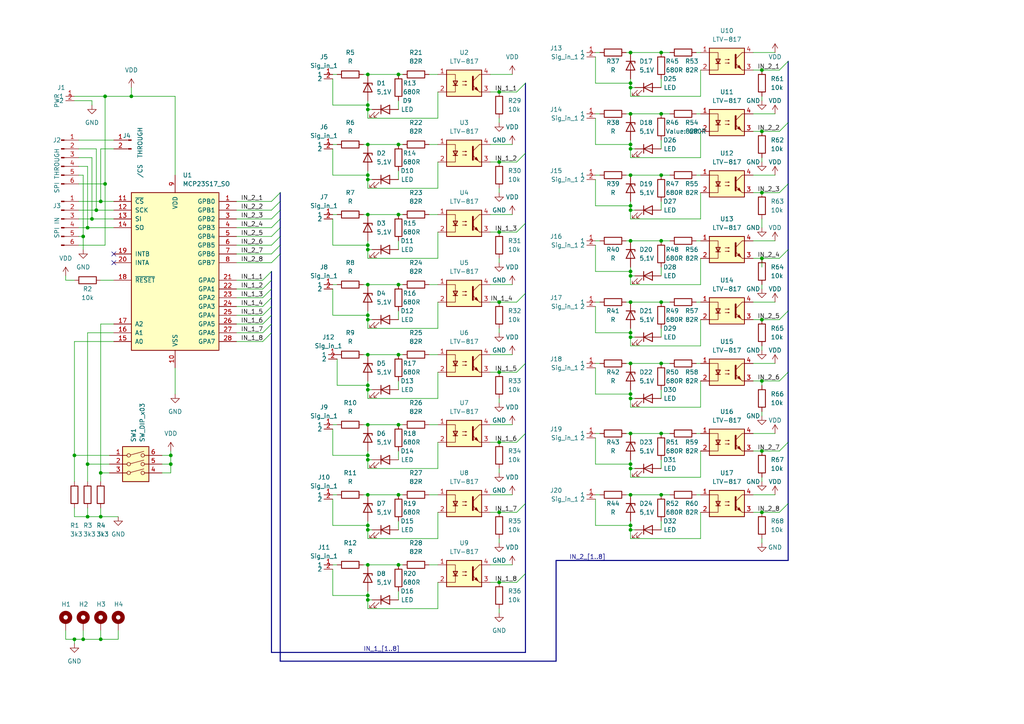
<source format=kicad_sch>
(kicad_sch (version 20230121) (generator eeschema)
  (paper "A4")
  (junction (at 115.57 82.55))
  (junction (at 220.98 55.88))
  (junction (at 182.88 114.3))
  (junction (at 144.78 26.67))
  (junction (at 182.88 59.69))
  (junction (at 106.68 72.39))
  (junction (at 191.77 15.24))
  (junction (at 191.77 69.85))
  (junction (at 115.57 163.83))
  (junction (at 220.98 38.1))
  (junction (at 115.57 62.23))
  (junction (at 106.68 163.83))
  (junction (at 182.88 80.01))
  (junction (at 182.88 25.4))
  (junction (at 182.88 143.51))
  (junction (at 30.48 53.34))
  (junction (at 21.59 132.08))
  (junction (at 182.88 33.02))
  (junction (at 182.88 69.85))
  (junction (at 29.21 58.42))
  (junction (at 220.98 74.93))
  (junction (at 106.68 123.19))
  (junction (at 182.88 41.91))
  (junction (at 49.53 134.62))
  (junction (at 182.88 105.41))
  (junction (at 115.57 123.19))
  (junction (at 106.68 50.8))
  (junction (at 182.88 134.62))
  (junction (at 106.68 30.48))
  (junction (at 144.78 128.27))
  (junction (at 29.21 137.16))
  (junction (at 182.88 125.73))
  (junction (at 182.88 96.52))
  (junction (at 106.68 71.12))
  (junction (at 115.57 143.51))
  (junction (at 220.98 110.49))
  (junction (at 144.78 168.91))
  (junction (at 30.48 27.94))
  (junction (at 24.13 68.58))
  (junction (at 220.98 130.81))
  (junction (at 106.68 52.07))
  (junction (at 115.57 21.59))
  (junction (at 106.68 92.71))
  (junction (at 144.78 87.63))
  (junction (at 106.68 91.44))
  (junction (at 144.78 107.95))
  (junction (at 191.77 125.73))
  (junction (at 29.21 185.42))
  (junction (at 106.68 102.87))
  (junction (at 182.88 115.57))
  (junction (at 106.68 62.23))
  (junction (at 106.68 41.91))
  (junction (at 182.88 24.13))
  (junction (at 182.88 50.8))
  (junction (at 144.78 67.31))
  (junction (at 29.21 149.86))
  (junction (at 106.68 133.35))
  (junction (at 220.98 148.59))
  (junction (at 115.57 102.87))
  (junction (at 106.68 82.55))
  (junction (at 38.1 27.94))
  (junction (at 182.88 135.89))
  (junction (at 191.77 87.63))
  (junction (at 182.88 152.4))
  (junction (at 26.67 63.5))
  (junction (at 106.68 173.99))
  (junction (at 220.98 92.71))
  (junction (at 182.88 78.74))
  (junction (at 106.68 132.08))
  (junction (at 182.88 97.79))
  (junction (at 191.77 33.02))
  (junction (at 25.4 134.62))
  (junction (at 24.13 185.42))
  (junction (at 220.98 20.32))
  (junction (at 191.77 50.8))
  (junction (at 27.94 60.96))
  (junction (at 191.77 143.51))
  (junction (at 106.68 152.4))
  (junction (at 49.53 132.08))
  (junction (at 106.68 21.59))
  (junction (at 182.88 87.63))
  (junction (at 25.4 66.04))
  (junction (at 25.4 149.86))
  (junction (at 182.88 153.67))
  (junction (at 106.68 113.03))
  (junction (at 144.78 148.59))
  (junction (at 182.88 60.96))
  (junction (at 21.59 185.42))
  (junction (at 106.68 143.51))
  (junction (at 144.78 46.99))
  (junction (at 106.68 172.72))
  (junction (at 106.68 153.67))
  (junction (at 182.88 15.24))
  (junction (at 106.68 31.75))
  (junction (at 182.88 43.18))
  (junction (at 191.77 105.41))
  (junction (at 106.68 111.76))
  (junction (at 115.57 41.91))
  (no_connect (at 33.02 73.66))
  (no_connect (at 33.02 76.2))
  (bus_entry (at 76.2 86.36) (size 2.54 -2.54))
  (bus_entry (at 149.86 148.59) (size 2.54 -2.54))
  (bus_entry (at 76.2 88.9) (size 2.54 -2.54))
  (bus_entry (at 78.74 71.12) (size 2.54 -2.54))
  (bus_entry (at 149.86 168.91) (size 2.54 -2.54))
  (bus_entry (at 149.86 26.67) (size 2.54 -2.54))
  (bus_entry (at 149.86 46.99) (size 2.54 -2.54))
  (bus_entry (at 76.2 96.52) (size 2.54 -2.54))
  (bus_entry (at 149.86 107.95) (size 2.54 -2.54))
  (bus_entry (at 78.74 68.58) (size 2.54 -2.54))
  (bus_entry (at 78.74 60.96) (size 2.54 -2.54))
  (bus_entry (at 226.06 130.81) (size 2.54 -2.54))
  (bus_entry (at 226.06 55.88) (size 2.54 -2.54))
  (bus_entry (at 76.2 91.44) (size 2.54 -2.54))
  (bus_entry (at 78.74 76.2) (size 2.54 -2.54))
  (bus_entry (at 149.86 87.63) (size 2.54 -2.54))
  (bus_entry (at 76.2 99.06) (size 2.54 -2.54))
  (bus_entry (at 78.74 58.42) (size 2.54 -2.54))
  (bus_entry (at 76.2 83.82) (size 2.54 -2.54))
  (bus_entry (at 149.86 67.31) (size 2.54 -2.54))
  (bus_entry (at 149.86 128.27) (size 2.54 -2.54))
  (bus_entry (at 226.06 110.49) (size 2.54 -2.54))
  (bus_entry (at 76.2 81.28) (size 2.54 -2.54))
  (bus_entry (at 226.06 74.93) (size 2.54 -2.54))
  (bus_entry (at 226.06 20.32) (size 2.54 -2.54))
  (bus_entry (at 226.06 38.1) (size 2.54 -2.54))
  (bus_entry (at 78.74 73.66) (size 2.54 -2.54))
  (bus_entry (at 78.74 63.5) (size 2.54 -2.54))
  (bus_entry (at 226.06 92.71) (size 2.54 -2.54))
  (bus_entry (at 78.74 66.04) (size 2.54 -2.54))
  (bus_entry (at 76.2 93.98) (size 2.54 -2.54))
  (bus_entry (at 226.06 148.59) (size 2.54 -2.54))
  (wire (pts (xy 105.41 82.55) (xy 106.68 82.55)))
  (wire (pts (xy 220.98 130.81) (xy 226.06 130.81)))
  (wire (pts (xy 96.52 83.82) (xy 96.52 91.44)))
  (wire (pts (xy 218.44 74.93) (xy 220.98 74.93)))
  (wire (pts (xy 226.06 55.88) (xy 220.98 55.88)))
  (wire (pts (xy 191.77 58.42) (xy 191.77 60.96)))
  (wire (pts (xy 68.58 58.42) (xy 78.74 58.42)))
  (wire (pts (xy 182.88 82.55) (xy 182.88 80.01)))
  (wire (pts (xy 182.88 45.72) (xy 203.2 45.72)))
  (wire (pts (xy 142.24 128.27) (xy 144.78 128.27)))
  (bus (pts (xy 81.28 66.04) (xy 81.28 68.58)))
  (wire (pts (xy 26.67 63.5) (xy 33.02 63.5)))
  (wire (pts (xy 96.52 123.19) (xy 97.79 123.19)))
  (wire (pts (xy 106.68 130.81) (xy 106.68 132.08)))
  (wire (pts (xy 96.52 82.55) (xy 97.79 82.55)))
  (wire (pts (xy 182.88 151.13) (xy 182.88 152.4)))
  (wire (pts (xy 22.86 48.26) (xy 25.4 48.26)))
  (wire (pts (xy 19.05 185.42) (xy 21.59 185.42)))
  (wire (pts (xy 106.68 72.39) (xy 106.68 71.12)))
  (bus (pts (xy 161.29 191.77) (xy 161.29 162.56)))
  (wire (pts (xy 191.77 143.51) (xy 194.31 143.51)))
  (wire (pts (xy 106.68 34.29) (xy 106.68 31.75)))
  (wire (pts (xy 191.77 113.03) (xy 191.77 115.57)))
  (bus (pts (xy 78.74 91.44) (xy 78.74 93.98)))
  (wire (pts (xy 106.68 31.75) (xy 106.68 30.48)))
  (wire (pts (xy 191.77 50.8) (xy 194.31 50.8)))
  (wire (pts (xy 182.88 63.5) (xy 182.88 60.96)))
  (wire (pts (xy 21.59 147.32) (xy 21.59 149.86)))
  (wire (pts (xy 25.4 147.32) (xy 25.4 149.86)))
  (wire (pts (xy 181.61 33.02) (xy 182.88 33.02)))
  (wire (pts (xy 172.72 41.91) (xy 182.88 41.91)))
  (wire (pts (xy 172.72 144.78) (xy 172.72 152.4)))
  (bus (pts (xy 228.6 107.95) (xy 228.6 128.27)))
  (wire (pts (xy 26.67 29.21) (xy 26.67 30.48)))
  (wire (pts (xy 181.61 125.73) (xy 182.88 125.73)))
  (wire (pts (xy 68.58 66.04) (xy 78.74 66.04)))
  (bus (pts (xy 152.4 105.41) (xy 152.4 125.73)))
  (wire (pts (xy 218.44 69.85) (xy 224.79 69.85)))
  (wire (pts (xy 191.77 95.25) (xy 191.77 97.79)))
  (bus (pts (xy 152.4 64.77) (xy 152.4 85.09)))
  (wire (pts (xy 144.78 115.57) (xy 144.78 116.84)))
  (wire (pts (xy 182.88 27.94) (xy 203.2 27.94)))
  (wire (pts (xy 25.4 134.62) (xy 25.4 139.7)))
  (wire (pts (xy 33.02 99.06) (xy 21.59 99.06)))
  (wire (pts (xy 115.57 102.87) (xy 116.84 102.87)))
  (bus (pts (xy 228.6 90.17) (xy 228.6 107.95)))
  (wire (pts (xy 203.2 92.71) (xy 203.2 100.33)))
  (wire (pts (xy 29.21 182.88) (xy 29.21 185.42)))
  (wire (pts (xy 96.52 124.46) (xy 96.52 132.08)))
  (wire (pts (xy 220.98 156.21) (xy 220.98 157.48)))
  (wire (pts (xy 29.21 139.7) (xy 29.21 137.16)))
  (wire (pts (xy 68.58 71.12) (xy 78.74 71.12)))
  (wire (pts (xy 144.78 54.61) (xy 144.78 55.88)))
  (wire (pts (xy 106.68 74.93) (xy 106.68 72.39)))
  (wire (pts (xy 22.86 63.5) (xy 26.67 63.5)))
  (wire (pts (xy 142.24 46.99) (xy 144.78 46.99)))
  (wire (pts (xy 182.88 60.96) (xy 182.88 59.69)))
  (wire (pts (xy 106.68 52.07) (xy 106.68 54.61)))
  (wire (pts (xy 181.61 69.85) (xy 182.88 69.85)))
  (wire (pts (xy 182.88 143.51) (xy 191.77 143.51)))
  (wire (pts (xy 115.57 21.59) (xy 116.84 21.59)))
  (wire (pts (xy 22.86 58.42) (xy 29.21 58.42)))
  (wire (pts (xy 182.88 118.11) (xy 182.88 115.57)))
  (wire (pts (xy 29.21 93.98) (xy 33.02 93.98)))
  (wire (pts (xy 203.2 100.33) (xy 182.88 100.33)))
  (wire (pts (xy 124.46 143.51) (xy 127 143.51)))
  (wire (pts (xy 182.88 133.35) (xy 182.88 134.62)))
  (wire (pts (xy 106.68 115.57) (xy 106.68 113.03)))
  (wire (pts (xy 124.46 21.59) (xy 127 21.59)))
  (wire (pts (xy 172.72 106.68) (xy 172.72 114.3)))
  (wire (pts (xy 124.46 62.23) (xy 127 62.23)))
  (wire (pts (xy 68.58 88.9) (xy 76.2 88.9)))
  (wire (pts (xy 30.48 53.34) (xy 30.48 71.12)))
  (wire (pts (xy 68.58 76.2) (xy 78.74 76.2)))
  (wire (pts (xy 106.68 123.19) (xy 115.57 123.19)))
  (wire (pts (xy 181.61 50.8) (xy 182.88 50.8)))
  (bus (pts (xy 152.4 146.05) (xy 152.4 166.37)))
  (wire (pts (xy 24.13 185.42) (xy 21.59 185.42)))
  (wire (pts (xy 181.61 15.24) (xy 182.88 15.24)))
  (wire (pts (xy 33.02 43.18) (xy 29.21 43.18)))
  (wire (pts (xy 46.99 132.08) (xy 49.53 132.08)))
  (wire (pts (xy 203.2 118.11) (xy 182.88 118.11)))
  (wire (pts (xy 124.46 41.91) (xy 127 41.91)))
  (wire (pts (xy 181.61 87.63) (xy 182.88 87.63)))
  (wire (pts (xy 115.57 151.13) (xy 115.57 153.67)))
  (wire (pts (xy 144.78 67.31) (xy 149.86 67.31)))
  (wire (pts (xy 96.52 71.12) (xy 106.68 71.12)))
  (wire (pts (xy 46.99 134.62) (xy 49.53 134.62)))
  (wire (pts (xy 172.72 16.51) (xy 172.72 24.13)))
  (bus (pts (xy 81.28 73.66) (xy 81.28 191.77)))
  (wire (pts (xy 115.57 130.81) (xy 115.57 133.35)))
  (wire (pts (xy 106.68 34.29) (xy 127 34.29)))
  (wire (pts (xy 68.58 91.44) (xy 76.2 91.44)))
  (wire (pts (xy 115.57 123.19) (xy 116.84 123.19)))
  (wire (pts (xy 191.77 15.24) (xy 194.31 15.24)))
  (wire (pts (xy 29.21 185.42) (xy 24.13 185.42)))
  (wire (pts (xy 106.68 171.45) (xy 106.68 172.72)))
  (wire (pts (xy 106.68 92.71) (xy 106.68 91.44)))
  (wire (pts (xy 127 87.63) (xy 127 95.25)))
  (wire (pts (xy 106.68 173.99) (xy 107.95 173.99)))
  (wire (pts (xy 144.78 107.95) (xy 149.86 107.95)))
  (wire (pts (xy 142.24 163.83) (xy 148.59 163.83)))
  (bus (pts (xy 152.4 85.09) (xy 152.4 105.41)))
  (wire (pts (xy 96.52 41.91) (xy 97.79 41.91)))
  (wire (pts (xy 181.61 105.41) (xy 182.88 105.41)))
  (wire (pts (xy 29.21 93.98) (xy 29.21 137.16)))
  (wire (pts (xy 96.52 21.59) (xy 97.79 21.59)))
  (wire (pts (xy 142.24 143.51) (xy 148.59 143.51)))
  (wire (pts (xy 19.05 80.01) (xy 19.05 81.28)))
  (wire (pts (xy 142.24 102.87) (xy 148.59 102.87)))
  (wire (pts (xy 105.41 163.83) (xy 106.68 163.83)))
  (wire (pts (xy 24.13 50.8) (xy 24.13 68.58)))
  (bus (pts (xy 78.74 86.36) (xy 78.74 88.9)))
  (wire (pts (xy 115.57 90.17) (xy 115.57 92.71)))
  (bus (pts (xy 152.4 125.73) (xy 152.4 146.05)))
  (wire (pts (xy 49.53 132.08) (xy 49.53 130.81)))
  (wire (pts (xy 106.68 173.99) (xy 106.68 172.72)))
  (wire (pts (xy 97.79 111.76) (xy 106.68 111.76)))
  (wire (pts (xy 144.78 148.59) (xy 149.86 148.59)))
  (wire (pts (xy 127 26.67) (xy 127 34.29)))
  (wire (pts (xy 182.88 100.33) (xy 182.88 97.79)))
  (wire (pts (xy 26.67 45.72) (xy 26.67 63.5)))
  (bus (pts (xy 152.4 24.13) (xy 152.4 44.45)))
  (wire (pts (xy 29.21 81.28) (xy 33.02 81.28)))
  (wire (pts (xy 142.24 67.31) (xy 144.78 67.31)))
  (wire (pts (xy 127 168.91) (xy 127 176.53)))
  (wire (pts (xy 220.98 100.33) (xy 220.98 101.6)))
  (wire (pts (xy 182.88 153.67) (xy 182.88 152.4)))
  (wire (pts (xy 38.1 25.4) (xy 38.1 27.94)))
  (wire (pts (xy 96.52 152.4) (xy 106.68 152.4)))
  (wire (pts (xy 201.93 15.24) (xy 203.2 15.24)))
  (wire (pts (xy 21.59 81.28) (xy 19.05 81.28)))
  (wire (pts (xy 22.86 40.64) (xy 33.02 40.64)))
  (wire (pts (xy 22.86 68.58) (xy 24.13 68.58)))
  (wire (pts (xy 191.77 77.47) (xy 191.77 80.01)))
  (wire (pts (xy 106.68 82.55) (xy 115.57 82.55)))
  (wire (pts (xy 218.44 143.51) (xy 224.79 143.51)))
  (wire (pts (xy 144.78 135.89) (xy 144.78 137.16)))
  (wire (pts (xy 24.13 182.88) (xy 24.13 185.42)))
  (wire (pts (xy 203.2 74.93) (xy 203.2 82.55)))
  (wire (pts (xy 29.21 137.16) (xy 31.75 137.16)))
  (wire (pts (xy 218.44 20.32) (xy 220.98 20.32)))
  (wire (pts (xy 142.24 168.91) (xy 144.78 168.91)))
  (wire (pts (xy 115.57 49.53) (xy 115.57 52.07)))
  (wire (pts (xy 172.72 134.62) (xy 182.88 134.62)))
  (wire (pts (xy 115.57 143.51) (xy 116.84 143.51)))
  (wire (pts (xy 182.88 22.86) (xy 182.88 24.13)))
  (bus (pts (xy 81.28 68.58) (xy 81.28 71.12)))
  (wire (pts (xy 22.86 50.8) (xy 24.13 50.8)))
  (wire (pts (xy 96.52 132.08) (xy 106.68 132.08)))
  (wire (pts (xy 203.2 55.88) (xy 203.2 63.5)))
  (bus (pts (xy 78.74 83.82) (xy 78.74 86.36)))
  (wire (pts (xy 96.52 30.48) (xy 106.68 30.48)))
  (wire (pts (xy 106.68 21.59) (xy 115.57 21.59)))
  (bus (pts (xy 228.6 35.56) (xy 228.6 53.34)))
  (wire (pts (xy 201.93 143.51) (xy 203.2 143.51)))
  (bus (pts (xy 228.6 72.39) (xy 228.6 90.17)))
  (wire (pts (xy 144.78 46.99) (xy 149.86 46.99)))
  (wire (pts (xy 96.52 165.1) (xy 96.52 172.72)))
  (wire (pts (xy 106.68 113.03) (xy 106.68 111.76)))
  (wire (pts (xy 218.44 55.88) (xy 220.98 55.88)))
  (wire (pts (xy 203.2 20.32) (xy 203.2 27.94)))
  (wire (pts (xy 96.52 144.78) (xy 96.52 152.4)))
  (wire (pts (xy 142.24 82.55) (xy 148.59 82.55)))
  (wire (pts (xy 172.72 88.9) (xy 172.72 96.52)))
  (bus (pts (xy 78.74 88.9) (xy 78.74 91.44)))
  (wire (pts (xy 182.88 105.41) (xy 191.77 105.41)))
  (wire (pts (xy 24.13 68.58) (xy 24.13 72.39)))
  (wire (pts (xy 182.88 156.21) (xy 182.88 153.67)))
  (wire (pts (xy 106.68 62.23) (xy 115.57 62.23)))
  (wire (pts (xy 68.58 86.36) (xy 76.2 86.36)))
  (wire (pts (xy 96.52 91.44) (xy 106.68 91.44)))
  (wire (pts (xy 105.41 41.91) (xy 106.68 41.91)))
  (wire (pts (xy 46.99 137.16) (xy 49.53 137.16)))
  (wire (pts (xy 144.78 168.91) (xy 149.86 168.91)))
  (wire (pts (xy 144.78 34.29) (xy 144.78 35.56)))
  (wire (pts (xy 203.2 148.59) (xy 203.2 156.21)))
  (wire (pts (xy 106.68 153.67) (xy 107.95 153.67)))
  (bus (pts (xy 81.28 191.77) (xy 161.29 191.77)))
  (wire (pts (xy 106.68 54.61) (xy 127 54.61)))
  (wire (pts (xy 182.88 115.57) (xy 184.15 115.57)))
  (wire (pts (xy 49.53 134.62) (xy 49.53 132.08)))
  (wire (pts (xy 182.88 27.94) (xy 182.88 25.4)))
  (wire (pts (xy 172.72 69.85) (xy 173.99 69.85)))
  (wire (pts (xy 203.2 130.81) (xy 203.2 138.43)))
  (wire (pts (xy 21.59 132.08) (xy 31.75 132.08)))
  (wire (pts (xy 68.58 73.66) (xy 78.74 73.66)))
  (wire (pts (xy 144.78 87.63) (xy 149.86 87.63)))
  (wire (pts (xy 218.44 148.59) (xy 220.98 148.59)))
  (wire (pts (xy 21.59 185.42) (xy 21.59 186.69)))
  (wire (pts (xy 218.44 130.81) (xy 220.98 130.81)))
  (wire (pts (xy 218.44 125.73) (xy 224.79 125.73)))
  (wire (pts (xy 106.68 133.35) (xy 106.68 132.08)))
  (wire (pts (xy 105.41 102.87) (xy 106.68 102.87)))
  (bus (pts (xy 81.28 55.88) (xy 81.28 58.42)))
  (wire (pts (xy 96.52 50.8) (xy 106.68 50.8)))
  (wire (pts (xy 144.78 74.93) (xy 144.78 76.2)))
  (wire (pts (xy 25.4 96.52) (xy 33.02 96.52)))
  (wire (pts (xy 220.98 45.72) (xy 220.98 46.99)))
  (wire (pts (xy 172.72 24.13) (xy 182.88 24.13)))
  (wire (pts (xy 142.24 123.19) (xy 148.59 123.19)))
  (wire (pts (xy 68.58 96.52) (xy 76.2 96.52)))
  (wire (pts (xy 115.57 163.83) (xy 116.84 163.83)))
  (wire (pts (xy 172.72 114.3) (xy 182.88 114.3)))
  (wire (pts (xy 220.98 110.49) (xy 226.06 110.49)))
  (wire (pts (xy 115.57 29.21) (xy 115.57 31.75)))
  (wire (pts (xy 191.77 133.35) (xy 191.77 135.89)))
  (wire (pts (xy 144.78 176.53) (xy 144.78 177.8)))
  (wire (pts (xy 68.58 60.96) (xy 78.74 60.96)))
  (wire (pts (xy 172.72 125.73) (xy 173.99 125.73)))
  (wire (pts (xy 105.41 123.19) (xy 106.68 123.19)))
  (bus (pts (xy 228.6 128.27) (xy 228.6 146.05)))
  (wire (pts (xy 22.86 60.96) (xy 27.94 60.96)))
  (wire (pts (xy 106.68 50.8) (xy 106.68 52.07)))
  (wire (pts (xy 203.2 156.21) (xy 182.88 156.21)))
  (wire (pts (xy 182.88 80.01) (xy 182.88 78.74)))
  (wire (pts (xy 144.78 95.25) (xy 144.78 96.52)))
  (bus (pts (xy 152.4 44.45) (xy 152.4 64.77)))
  (wire (pts (xy 50.8 27.94) (xy 50.8 50.8)))
  (wire (pts (xy 218.44 87.63) (xy 224.79 87.63)))
  (wire (pts (xy 107.95 52.07) (xy 106.68 52.07)))
  (wire (pts (xy 218.44 105.41) (xy 224.79 105.41)))
  (wire (pts (xy 220.98 82.55) (xy 220.98 83.82)))
  (bus (pts (xy 78.74 93.98) (xy 78.74 96.52)))
  (wire (pts (xy 182.88 97.79) (xy 184.15 97.79)))
  (wire (pts (xy 220.98 148.59) (xy 226.06 148.59)))
  (wire (pts (xy 127 46.99) (xy 127 54.61)))
  (wire (pts (xy 106.68 110.49) (xy 106.68 111.76)))
  (wire (pts (xy 22.86 71.12) (xy 30.48 71.12)))
  (wire (pts (xy 191.77 125.73) (xy 194.31 125.73)))
  (wire (pts (xy 29.21 147.32) (xy 29.21 149.86)))
  (wire (pts (xy 191.77 151.13) (xy 191.77 153.67)))
  (wire (pts (xy 191.77 22.86) (xy 191.77 25.4)))
  (wire (pts (xy 106.68 72.39) (xy 107.95 72.39)))
  (wire (pts (xy 21.59 99.06) (xy 21.59 132.08)))
  (wire (pts (xy 127 107.95) (xy 127 115.57)))
  (wire (pts (xy 106.68 153.67) (xy 106.68 152.4)))
  (wire (pts (xy 182.88 113.03) (xy 182.88 114.3)))
  (wire (pts (xy 201.93 87.63) (xy 203.2 87.63)))
  (wire (pts (xy 105.41 62.23) (xy 106.68 62.23)))
  (wire (pts (xy 182.88 15.24) (xy 191.77 15.24)))
  (wire (pts (xy 182.88 87.63) (xy 191.77 87.63)))
  (wire (pts (xy 182.88 115.57) (xy 182.88 114.3)))
  (wire (pts (xy 201.93 33.02) (xy 203.2 33.02)))
  (wire (pts (xy 96.52 62.23) (xy 97.79 62.23)))
  (wire (pts (xy 30.48 27.94) (xy 38.1 27.94)))
  (wire (pts (xy 22.86 66.04) (xy 25.4 66.04)))
  (wire (pts (xy 106.68 102.87) (xy 115.57 102.87)))
  (wire (pts (xy 172.72 96.52) (xy 182.88 96.52)))
  (wire (pts (xy 27.94 60.96) (xy 33.02 60.96)))
  (wire (pts (xy 172.72 105.41) (xy 173.99 105.41)))
  (wire (pts (xy 142.24 107.95) (xy 144.78 107.95)))
  (wire (pts (xy 182.88 135.89) (xy 184.15 135.89)))
  (wire (pts (xy 106.68 115.57) (xy 127 115.57)))
  (wire (pts (xy 218.44 50.8) (xy 224.79 50.8)))
  (wire (pts (xy 29.21 58.42) (xy 33.02 58.42)))
  (wire (pts (xy 220.98 92.71) (xy 226.06 92.71)))
  (wire (pts (xy 21.59 27.94) (xy 30.48 27.94)))
  (wire (pts (xy 106.68 113.03) (xy 107.95 113.03)))
  (wire (pts (xy 182.88 45.72) (xy 182.88 43.18)))
  (bus (pts (xy 161.29 162.56) (xy 228.6 162.56)))
  (wire (pts (xy 218.44 15.24) (xy 224.79 15.24)))
  (wire (pts (xy 172.72 87.63) (xy 173.99 87.63)))
  (wire (pts (xy 203.2 82.55) (xy 182.88 82.55)))
  (wire (pts (xy 201.93 50.8) (xy 203.2 50.8)))
  (wire (pts (xy 218.44 110.49) (xy 220.98 110.49)))
  (wire (pts (xy 220.98 119.38) (xy 220.98 120.65)))
  (wire (pts (xy 106.68 74.93) (xy 127 74.93)))
  (wire (pts (xy 172.72 59.69) (xy 182.88 59.69)))
  (wire (pts (xy 31.75 134.62) (xy 25.4 134.62)))
  (bus (pts (xy 81.28 60.96) (xy 81.28 63.5)))
  (wire (pts (xy 25.4 149.86) (xy 21.59 149.86)))
  (wire (pts (xy 144.78 26.67) (xy 149.86 26.67)))
  (wire (pts (xy 106.68 31.75) (xy 107.95 31.75)))
  (wire (pts (xy 218.44 92.71) (xy 220.98 92.71)))
  (wire (pts (xy 106.68 29.21) (xy 106.68 30.48)))
  (wire (pts (xy 182.88 138.43) (xy 182.88 135.89)))
  (wire (pts (xy 124.46 82.55) (xy 127 82.55)))
  (wire (pts (xy 27.94 43.18) (xy 27.94 60.96)))
  (wire (pts (xy 201.93 105.41) (xy 203.2 105.41)))
  (wire (pts (xy 106.68 69.85) (xy 106.68 71.12)))
  (wire (pts (xy 172.72 52.07) (xy 172.72 59.69)))
  (wire (pts (xy 115.57 82.55) (xy 116.84 82.55)))
  (wire (pts (xy 142.24 62.23) (xy 148.59 62.23)))
  (wire (pts (xy 68.58 83.82) (xy 76.2 83.82)))
  (wire (pts (xy 220.98 74.93) (xy 220.98 77.47)))
  (wire (pts (xy 106.68 41.91) (xy 115.57 41.91)))
  (wire (pts (xy 182.88 125.73) (xy 191.77 125.73)))
  (wire (pts (xy 115.57 110.49) (xy 115.57 113.03)))
  (wire (pts (xy 182.88 77.47) (xy 182.88 78.74)))
  (bus (pts (xy 228.6 17.78) (xy 228.6 35.56)))
  (wire (pts (xy 220.98 110.49) (xy 220.98 111.76)))
  (wire (pts (xy 34.29 149.86) (xy 29.21 149.86)))
  (wire (pts (xy 172.72 33.02) (xy 173.99 33.02)))
  (wire (pts (xy 25.4 96.52) (xy 25.4 134.62)))
  (wire (pts (xy 172.72 50.8) (xy 173.99 50.8)))
  (wire (pts (xy 203.2 110.49) (xy 203.2 118.11)))
  (wire (pts (xy 220.98 38.1) (xy 226.06 38.1)))
  (wire (pts (xy 115.57 171.45) (xy 115.57 173.99)))
  (wire (pts (xy 142.24 21.59) (xy 148.59 21.59)))
  (wire (pts (xy 106.68 156.21) (xy 127 156.21)))
  (bus (pts (xy 228.6 53.34) (xy 228.6 72.39)))
  (wire (pts (xy 203.2 38.1) (xy 203.2 45.72)))
  (bus (pts (xy 228.6 146.05) (xy 228.6 162.56)))
  (wire (pts (xy 191.77 105.41) (xy 194.31 105.41)))
  (wire (pts (xy 115.57 69.85) (xy 115.57 72.39)))
  (wire (pts (xy 182.88 80.01) (xy 184.15 80.01)))
  (wire (pts (xy 105.41 21.59) (xy 106.68 21.59)))
  (wire (pts (xy 182.88 25.4) (xy 182.88 24.13)))
  (wire (pts (xy 30.48 27.94) (xy 30.48 53.34)))
  (wire (pts (xy 191.77 40.64) (xy 191.77 43.18)))
  (wire (pts (xy 106.68 176.53) (xy 127 176.53)))
  (wire (pts (xy 96.52 22.86) (xy 96.52 30.48)))
  (wire (pts (xy 144.78 128.27) (xy 149.86 128.27)))
  (wire (pts (xy 124.46 102.87) (xy 127 102.87)))
  (wire (pts (xy 68.58 81.28) (xy 76.2 81.28)))
  (bus (pts (xy 81.28 71.12) (xy 81.28 73.66)))
  (wire (pts (xy 181.61 143.51) (xy 182.88 143.51)))
  (bus (pts (xy 78.74 96.52) (xy 78.74 189.23)))
  (wire (pts (xy 201.93 69.85) (xy 203.2 69.85)))
  (wire (pts (xy 49.53 137.16) (xy 49.53 134.62)))
  (wire (pts (xy 106.68 176.53) (xy 106.68 173.99)))
  (wire (pts (xy 172.72 127) (xy 172.72 134.62)))
  (wire (pts (xy 172.72 15.24) (xy 173.99 15.24)))
  (wire (pts (xy 106.68 90.17) (xy 106.68 91.44)))
  (wire (pts (xy 105.41 143.51) (xy 106.68 143.51)))
  (wire (pts (xy 182.88 97.79) (xy 182.88 96.52)))
  (wire (pts (xy 191.77 87.63) (xy 194.31 87.63)))
  (wire (pts (xy 96.52 172.72) (xy 106.68 172.72)))
  (wire (pts (xy 142.24 87.63) (xy 144.78 87.63)))
  (wire (pts (xy 97.79 104.14) (xy 97.79 111.76)))
  (wire (pts (xy 191.77 69.85) (xy 194.31 69.85)))
  (wire (pts (xy 22.86 43.18) (xy 27.94 43.18)))
  (wire (pts (xy 182.88 58.42) (xy 182.88 59.69)))
  (wire (pts (xy 68.58 99.06) (xy 76.2 99.06)))
  (wire (pts (xy 124.46 123.19) (xy 127 123.19)))
  (wire (pts (xy 106.68 135.89) (xy 106.68 133.35)))
  (wire (pts (xy 220.98 74.93) (xy 226.06 74.93)))
  (wire (pts (xy 220.98 138.43) (xy 220.98 139.7)))
  (wire (pts (xy 68.58 68.58) (xy 78.74 68.58)))
  (wire (pts (xy 115.57 62.23) (xy 116.84 62.23)))
  (wire (pts (xy 68.58 63.5) (xy 78.74 63.5)))
  (wire (pts (xy 29.21 149.86) (xy 25.4 149.86)))
  (wire (pts (xy 172.72 78.74) (xy 182.88 78.74)))
  (wire (pts (xy 25.4 66.04) (xy 33.02 66.04)))
  (wire (pts (xy 172.72 143.51) (xy 173.99 143.51)))
  (wire (pts (xy 106.68 92.71) (xy 107.95 92.71)))
  (bus (pts (xy 78.74 189.23) (xy 152.4 189.23)))
  (wire (pts (xy 124.46 163.83) (xy 127 163.83)))
  (wire (pts (xy 106.68 163.83) (xy 115.57 163.83)))
  (wire (pts (xy 172.72 71.12) (xy 172.72 78.74)))
  (bus (pts (xy 81.28 63.5) (xy 81.28 66.04)))
  (wire (pts (xy 182.88 135.89) (xy 182.88 134.62)))
  (wire (pts (xy 106.68 135.89) (xy 127 135.89)))
  (wire (pts (xy 106.68 95.25) (xy 127 95.25)))
  (wire (pts (xy 34.29 185.42) (xy 29.21 185.42)))
  (wire (pts (xy 127 148.59) (xy 127 156.21)))
  (wire (pts (xy 25.4 48.26) (xy 25.4 66.04)))
  (wire (pts (xy 191.77 33.02) (xy 194.31 33.02)))
  (wire (pts (xy 21.59 29.21) (xy 26.67 29.21)))
  (wire (pts (xy 96.52 143.51) (xy 97.79 143.51)))
  (wire (pts (xy 142.24 148.59) (xy 144.78 148.59)))
  (wire (pts (xy 96.52 63.5) (xy 96.52 71.12)))
  (wire (pts (xy 22.86 45.72) (xy 26.67 45.72)))
  (wire (pts (xy 218.44 38.1) (xy 220.98 38.1)))
  (wire (pts (xy 115.57 41.91) (xy 116.84 41.91)))
  (wire (pts (xy 106.68 49.53) (xy 106.68 50.8)))
  (wire (pts (xy 144.78 156.21) (xy 144.78 157.48)))
  (wire (pts (xy 142.24 41.91) (xy 148.59 41.91)))
  (wire (pts (xy 106.68 143.51) (xy 115.57 143.51)))
  (bus (pts (xy 152.4 166.37) (xy 152.4 189.23)))
  (wire (pts (xy 22.86 53.34) (xy 30.48 53.34)))
  (wire (pts (xy 68.58 93.98) (xy 76.2 93.98)))
  (wire (pts (xy 182.88 43.18) (xy 182.88 41.91)))
  (wire (pts (xy 106.68 133.35) (xy 107.95 133.35)))
  (wire (pts (xy 142.24 26.67) (xy 144.78 26.67)))
  (wire (pts (xy 127 67.31) (xy 127 74.93)))
  (wire (pts (xy 220.98 20.32) (xy 226.06 20.32)))
  (wire (pts (xy 220.98 63.5) (xy 220.98 66.04)))
  (wire (pts (xy 50.8 106.68) (xy 50.8 114.3)))
  (wire (pts (xy 106.68 95.25) (xy 106.68 92.71)))
  (wire (pts (xy 29.21 43.18) (xy 29.21 58.42)))
  (wire (pts (xy 182.88 43.18) (xy 184.15 43.18)))
  (wire (pts (xy 127 128.27) (xy 127 135.89)))
  (wire (pts (xy 21.59 132.08) (xy 21.59 139.7)))
  (wire (pts (xy 34.29 182.88) (xy 34.29 185.42)))
  (wire (pts (xy 182.88 33.02) (xy 191.77 33.02)))
  (wire (pts (xy 182.88 69.85) (xy 191.77 69.85)))
  (wire (pts (xy 182.88 60.96) (xy 184.15 60.96)))
  (wire (pts (xy 182.88 153.67) (xy 184.15 153.67)))
  (wire (pts (xy 172.72 34.29) (xy 172.72 41.91)))
  (wire (pts (xy 96.52 43.18) (xy 96.52 50.8)))
  (wire (pts (xy 172.72 152.4) (xy 182.88 152.4)))
  (wire (pts (xy 106.68 156.21) (xy 106.68 153.67)))
  (wire (pts (xy 182.88 95.25) (xy 182.88 96.52)))
  (wire (pts (xy 184.15 25.4) (xy 182.88 25.4)))
  (wire (pts (xy 19.05 182.88) (xy 19.05 185.42)))
  (wire (pts (xy 182.88 40.64) (xy 182.88 41.91)))
  (bus (pts (xy 78.74 78.74) (xy 78.74 81.28)))
  (wire (pts (xy 203.2 63.5) (xy 182.88 63.5)))
  (wire (pts (xy 201.93 125.73) (xy 203.2 125.73)))
  (wire (pts (xy 182.88 50.8) (xy 191.77 50.8)))
  (wire (pts (xy 203.2 138.43) (xy 182.88 138.43)))
  (bus (pts (xy 78.74 81.28) (xy 78.74 83.82)))
  (wire (pts (xy 220.98 27.94) (xy 220.98 29.21)))
  (wire (pts (xy 218.44 33.02) (xy 224.79 33.02)))
  (wire (pts (xy 106.68 151.13) (xy 106.68 152.4)))
  (wire (pts (xy 38.1 27.94) (xy 50.8 27.94)))
  (bus (pts (xy 81.28 58.42) (xy 81.28 60.96)))
  (wire (pts (xy 96.52 163.83) (xy 97.79 163.83)))
  (label "IN_1_[1..8]" (at 105.41 189.23 0))
  (label "IN_2_[1..8]" (at 165.1 162.56 0))
  (label "IN_1_6" (at 143.51 128.27 0))
  (label "IN_2_1" (at 219.71 20.32 0))
  (label "IN_1_4" (at 142.24 87.63 0))
  (label "IN_2_4" (at 219.71 74.93 0))
  (label "IN_2_6" (at 219.71 110.49 0))
  (label "IN_1_8" (at 143.51 168.91 0))
  (label "IN_2_8" (at 69.85 76.2 0))
  (label "IN_1_5" (at 143.51 107.95 0))
  (label "IN_2_7" (at 219.71 130.81 0))
  (label "IN_1_2" (at 143.51 46.99 0))
  (label "IN_1_5" (at 69.85 91.44 0))
  (label "IN_2_2" (at 69.85 60.96 0))
  (label "IN_1_8" (at 69.85 99.06 0))
  (label "IN_2_1" (at 69.85 58.42 0))
  (label "IN_2_8" (at 219.71 148.59 0))
  (label "IN_2_5" (at 69.85 68.58 0))
  (label "IN_2_3" (at 219.71 55.88 0))
  (label "IN_2_6" (at 69.85 71.12 0))
  (label "IN_1_6" (at 69.85 93.98 0))
  (label "IN_2_5" (at 219.71 92.71 0))
  (label "IN_1_3" (at 143.51 67.31 0))
  (label "IN_1_7" (at 143.51 148.59 0))
  (label "IN_1_1" (at 69.85 81.28 0))
  (label "IN_1_4" (at 69.85 88.9 0))
  (label "IN_1_3" (at 69.85 86.36 0))
  (label "IN_1_1" (at 143.51 26.67 0))
  (label "IN_2_3" (at 69.85 63.5 0))
  (label "IN_1_7" (at 69.85 96.52 0))
  (label "IN_1_2" (at 69.85 83.82 0))
  (label "IN_2_7" (at 69.85 73.66 0))
  (label "IN_2_4" (at 69.85 66.04 0))
  (label "IN_2_2" (at 219.71 38.1 0))
  (symbol (lib_id "Isolator:LTV-817") (at 210.82 53.34 0) (unit 1)
    (property "Reference" "U12" (at 210.82 44.45 0))
    (property "Value" "LTV-817" (at 210.82 46.99 0))
    (property "Footprint" "Package_DIP:DIP-4_W7.62mm" (effects hide))
    (property "Datasheet" "http://www.us.liteon.com/downloads/LTV-817-827-847.PDF" (effects hide))
  )
  (symbol (lib_id "Device:R") (at 220.98 78.74 0) (unit 1)
    (property "Reference" "R64" (at 223.52 77.47 0) (effects (justify left)))
    (property "Value" "10k" (at 223.52 80.01 0) (effects (justify left)))
    (property "Footprint" "Resistor_SMD:R_0805_2012Metric_Pad1.20x1.40mm_HandSolder" (effects hide))
  )
  (symbol (lib_id "Device:R") (at 220.98 115.57 0) (unit 1)
    (property "Reference" "R66" (at 223.52 114.3 0) (effects (justify left)))
    (property "Value" "10k" (at 223.52 116.84 0) (effects (justify left)))
    (property "Footprint" "Resistor_SMD:R_0805_2012Metric_Pad1.20x1.40mm_HandSolder" (effects hide))
  )
  (symbol (lib_id "Device:R") (at 120.65 21.59 90) (unit 1)
    (property "Reference" "R21" (at 120.65 15.24 90))
    (property "Value" "82R" (at 120.65 17.78 90))
    (property "Footprint" "Resistor_SMD:R_0805_2012Metric_Pad1.20x1.40mm_HandSolder" (effects hide))
  )
  (symbol (lib_id "Isolator:LTV-817") (at 134.62 146.05 0) (unit 1)
    (property "Reference" "U8" (at 134.62 137.16 0))
    (property "Value" "LTV-817" (at 134.62 139.7 0))
    (property "Footprint" "Package_DIP:DIP-4_W7.62mm" (effects hide))
    (property "Datasheet" "http://www.us.liteon.com/downloads/LTV-817-827-847.PDF" (effects hide))
  )
  (symbol (lib_id "Device:R") (at 144.78 30.48 0) (unit 1)
    (property "Reference" "R29" (at 147.32 29.21 0) (effects (justify left)))
    (property "Value" "10k" (at 147.32 31.75 0) (effects (justify left)))
    (property "Footprint" "Resistor_SMD:R_0805_2012Metric_Pad1.20x1.40mm_HandSolder" (effects hide))
  )
  (symbol (lib_id "Device:D_Zener") (at 182.88 91.44 270) (unit 1)
    (property "Reference" "D21" (at 185.42 90.17 90) (effects (justify left)))
    (property "Value" "5,1V" (at 185.42 92.71 90) (effects (justify left)))
    (property "Footprint" "Diode_SMD:D_MiniMELF_Handsoldering" (effects hide))
  )
  (symbol (lib_id "Device:R") (at 29.21 143.51 0) (unit 1)
    (property "Reference" "R4" (at 27.94 152.4 0) (effects (justify left)))
    (property "Value" "3k3" (at 27.94 154.94 0) (effects (justify left)))
    (property "Footprint" "Resistor_SMD:R_0805_2012Metric_Pad1.20x1.40mm_HandSolder" (effects hide))
  )
  (symbol (lib_id "parts_tma_1:AST_041-2") (at 171.45 144.78 0) (mirror y) (unit 1)
    (property "Reference" "J20" (at 161.29 142.24 0))
    (property "Value" "Sig_in_1" (at 163.83 144.78 0))
    (property "Footprint" "parts_tma_1:AST_041-2" (effects hide))
  )
  (symbol (lib_id "power:VDD") (at 148.59 82.55 0) (unit 1)
    (property "Reference" "#PWR020" (effects hide))
    (property "Value" "VDD" (at 148.59 77.47 0))
  )
  (symbol (lib_id "power:VDD") (at 49.53 130.81 0) (unit 1)
    (property "Reference" "#PWR07" (effects hide))
    (property "Value" "VDD" (at 49.53 125.73 0))
  )
  (symbol (lib_id "Isolator:LTV-817") (at 210.82 17.78 0) (unit 1)
    (property "Reference" "U10" (at 210.82 8.89 0))
    (property "Value" "LTV-817" (at 210.82 11.43 0))
    (property "Footprint" "Package_DIP:DIP-4_W7.62mm" (effects hide))
    (property "Datasheet" "http://www.us.liteon.com/downloads/LTV-817-827-847.PDF" (effects hide))
  )
  (symbol (lib_id "Device:R") (at 21.59 143.51 0) (unit 1)
    (property "Reference" "R1" (at 20.32 152.4 0) (effects (justify left)))
    (property "Value" "3k3" (at 20.32 154.94 0) (effects (justify left)))
    (property "Footprint" "Resistor_SMD:R_0805_2012Metric_Pad1.20x1.40mm_HandSolder" (effects hide))
  )
  (symbol (lib_id "Device:R") (at 191.77 109.22 0) (unit 1)
    (property "Reference" "R50" (at 193.04 107.95 0) (effects (justify left)))
    (property "Value" "680R" (at 193.04 110.49 0) (effects (justify left)))
    (property "Footprint" "Resistor_SMD:R_0805_2012Metric_Pad1.20x1.40mm_HandSolder" (effects hide))
  )
  (symbol (lib_id "Device:D_Zener") (at 106.68 25.4 270) (unit 1)
    (property "Reference" "D1" (at 109.22 24.13 90) (effects (justify left)))
    (property "Value" "5,1V" (at 109.22 26.67 90) (effects (justify left)))
    (property "Footprint" "Diode_SMD:D_MiniMELF_Handsoldering" (effects hide))
  )
  (symbol (lib_id "power:GND") (at 220.98 29.21 0) (unit 1)
    (property "Reference" "#PWR025" (effects hide))
    (property "Value" "GND" (at 218.44 29.21 0))
  )
  (symbol (lib_id "power:GND") (at 50.8 114.3 0) (unit 1)
    (property "Reference" "#PWR08" (effects hide))
    (property "Value" "GND" (at 50.8 119.38 0))
  )
  (symbol (lib_id "Mechanical:MountingHole_Pad") (at 24.13 180.34 0) (unit 1)
    (property "Reference" "H2" (at 22.86 175.26 0) (effects (justify left)))
    (property "Value" "MountingHole_Pad" (effects hide))
    (property "Footprint" "MountingHole:MountingHole_3.2mm_M3_DIN965_Pad_TopBottom" (effects hide))
  )
  (symbol (lib_id "Device:R") (at 220.98 59.69 0) (unit 1)
    (property "Reference" "R63" (at 223.52 58.42 0) (effects (justify left)))
    (property "Value" "10k" (at 223.52 60.96 0) (effects (justify left)))
    (property "Footprint" "Resistor_SMD:R_0805_2012Metric_Pad1.20x1.40mm_HandSolder" (effects hide))
  )
  (symbol (lib_id "power:VDD") (at 224.79 15.24 0) (unit 1)
    (property "Reference" "#PWR033" (effects hide))
    (property "Value" "VDD" (at 224.79 16.51 0))
  )
  (symbol (lib_id "Switch:SW_DIP_x03") (at 39.37 137.16 0) (unit 1)
    (property "Reference" "SW1" (at 38.735 128.27 90) (effects (justify left)))
    (property "Value" "SW_DIP_x03" (at 41.275 128.27 90) (effects (justify left)))
    (property "Footprint" "Package_DIP:DIP-6_W7.62mm_LongPads" (effects hide))
  )
  (symbol (lib_id "parts_tma_1:AST_041-2") (at 171.45 88.9 0) (mirror y) (unit 1)
    (property "Reference" "J17" (at 161.29 86.36 0))
    (property "Value" "Sig_in_1" (at 163.83 88.9 0))
    (property "Footprint" "parts_tma_1:AST_041-2" (effects hide))
  )
  (symbol (lib_id "Device:D_Zener") (at 182.88 19.05 270) (unit 1)
    (property "Reference" "D17" (at 185.42 17.78 90) (effects (justify left)))
    (property "Value" "5,1V" (at 185.42 20.32 90) (effects (justify left)))
    (property "Footprint" "Diode_SMD:D_MiniMELF_Handsoldering" (effects hide))
  )
  (symbol (lib_id "Device:D_Zener") (at 182.88 109.22 270) (unit 1)
    (property "Reference" "D22" (at 185.42 107.95 90) (effects (justify left)))
    (property "Value" "5,1V" (at 185.42 110.49 90) (effects (justify left)))
    (property "Footprint" "Diode_SMD:D_MiniMELF_Handsoldering" (effects hide))
  )
  (symbol (lib_id "Device:R") (at 198.12 87.63 90) (unit 1)
    (property "Reference" "R57" (at 200.66 90.17 90))
    (property "Value" "82R" (at 200.66 92.71 90))
    (property "Footprint" "Resistor_SMD:R_0805_2012Metric_Pad1.20x1.40mm_HandSolder" (effects hide))
  )
  (symbol (lib_id "parts_tma_1:AST_041-2") (at 95.25 165.1 0) (mirror y) (unit 1)
    (property "Reference" "J11" (at 93.98 158.75 0))
    (property "Value" "Sig_in_1" (at 93.98 161.29 0))
    (property "Footprint" "parts_tma_1:AST_041-2" (effects hide))
  )
  (symbol (lib_id "Isolator:LTV-817") (at 134.62 105.41 0) (unit 1)
    (property "Reference" "U6" (at 134.62 96.52 0))
    (property "Value" "LTV-817" (at 134.62 99.06 0))
    (property "Footprint" "Package_DIP:DIP-4_W7.62mm" (effects hide))
    (property "Datasheet" "http://www.us.liteon.com/downloads/LTV-817-827-847.PDF" (effects hide))
  )
  (symbol (lib_id "Device:D_Zener") (at 106.68 167.64 270) (unit 1)
    (property "Reference" "D8" (at 109.22 166.37 90) (effects (justify left)))
    (property "Value" "5,1V" (at 109.22 168.91 90) (effects (justify left)))
    (property "Footprint" "Diode_SMD:D_MiniMELF_Handsoldering" (effects hide))
  )
  (symbol (lib_id "Device:R") (at 115.57 147.32 0) (unit 1)
    (property "Reference" "R19" (at 116.84 146.05 0) (effects (justify left)))
    (property "Value" "680R" (at 116.84 148.59 0) (effects (justify left)))
    (property "Footprint" "Resistor_SMD:R_0805_2012Metric_Pad1.20x1.40mm_HandSolder" (effects hide))
  )
  (symbol (lib_id "Device:R") (at 191.77 54.61 0) (unit 1)
    (property "Reference" "R47" (at 193.04 53.34 0) (effects (justify left)))
    (property "Value" "680R" (at 193.04 55.88 0) (effects (justify left)))
    (property "Footprint" "Resistor_SMD:R_0805_2012Metric_Pad1.20x1.40mm_HandSolder" (effects hide))
  )
  (symbol (lib_id "Device:D_Zener") (at 182.88 129.54 270) (unit 1)
    (property "Reference" "D23" (at 185.42 128.27 90) (effects (justify left)))
    (property "Value" "5,1V" (at 185.42 130.81 90) (effects (justify left)))
    (property "Footprint" "Diode_SMD:D_MiniMELF_Handsoldering" (effects hide))
  )
  (symbol (lib_id "Device:R") (at 144.78 132.08 0) (unit 1)
    (property "Reference" "R34" (at 147.32 130.81 0) (effects (justify left)))
    (property "Value" "10k" (at 147.32 133.35 0) (effects (justify left)))
    (property "Footprint" "Resistor_SMD:R_0805_2012Metric_Pad1.20x1.40mm_HandSolder" (effects hide))
  )
  (symbol (lib_id "power:GND") (at 220.98 46.99 0) (unit 1)
    (property "Reference" "#PWR026" (effects hide))
    (property "Value" "GND" (at 218.44 46.99 0))
  )
  (symbol (lib_id "Device:R") (at 220.98 134.62 0) (unit 1)
    (property "Reference" "R67" (at 223.52 133.35 0) (effects (justify left)))
    (property "Value" "10k" (at 223.52 135.89 0) (effects (justify left)))
    (property "Footprint" "Resistor_SMD:R_0805_2012Metric_Pad1.20x1.40mm_HandSolder" (effects hide))
  )
  (symbol (lib_id "Device:R") (at 144.78 152.4 0) (unit 1)
    (property "Reference" "R35" (at 147.32 151.13 0) (effects (justify left)))
    (property "Value" "10k" (at 147.32 153.67 0) (effects (justify left)))
    (property "Footprint" "Resistor_SMD:R_0805_2012Metric_Pad1.20x1.40mm_HandSolder" (effects hide))
  )
  (symbol (lib_id "parts_tma_1:AST_041-2") (at 96.52 104.14 0) (mirror y) (unit 1)
    (property "Reference" "J12" (at 95.25 97.79 0))
    (property "Value" "Sig_in_1" (at 95.25 100.33 0))
    (property "Footprint" "parts_tma_1:AST_041-2" (effects hide))
  )
  (symbol (lib_id "Device:LED") (at 111.76 153.67 0) (unit 1)
    (property "Reference" "D15" (at 118.11 151.13 0))
    (property "Value" "LED" (at 118.11 153.67 0))
    (property "Footprint" "LED_SMD:LED_0805_2012Metric_Pad1.15x1.40mm_HandSolder" (effects hide))
  )
  (symbol (lib_id "Device:R") (at 115.57 86.36 0) (unit 1)
    (property "Reference" "R16" (at 116.84 85.09 0) (effects (justify left)))
    (property "Value" "680R" (at 116.84 87.63 0) (effects (justify left)))
    (property "Footprint" "Resistor_SMD:R_0805_2012Metric_Pad1.20x1.40mm_HandSolder" (effects hide))
  )
  (symbol (lib_id "power:VDD") (at 224.79 143.51 0) (unit 1)
    (property "Reference" "#PWR040" (effects hide))
    (property "Value" "VDD" (at 224.79 139.7 0))
  )
  (symbol (lib_id "power:GND") (at 144.78 96.52 0) (unit 1)
    (property "Reference" "#PWR012" (effects hide))
    (property "Value" "GND" (at 144.78 101.6 0))
  )
  (symbol (lib_id "power:VDD") (at 224.79 105.41 0) (unit 1)
    (property "Reference" "#PWR038" (effects hide))
    (property "Value" "VDD" (at 224.79 101.6 0))
  )
  (symbol (lib_id "Device:R") (at 115.57 127 0) (unit 1)
    (property "Reference" "R18" (at 116.84 125.73 0) (effects (justify left)))
    (property "Value" "680R" (at 116.84 128.27 0) (effects (justify left)))
    (property "Footprint" "Resistor_SMD:R_0805_2012Metric_Pad1.20x1.40mm_HandSolder" (effects hide))
  )
  (symbol (lib_id "Device:R") (at 177.8 15.24 90) (unit 1)
    (property "Reference" "R37" (at 177.8 17.78 90))
    (property "Value" "R" (at 177.8 20.32 90))
    (property "Footprint" "Resistor_SMD:R_0805_2012Metric_Pad1.20x1.40mm_HandSolder" (effects hide))
  )
  (symbol (lib_id "Isolator:LTV-817") (at 210.82 90.17 0) (unit 1)
    (property "Reference" "U14" (at 210.82 81.28 0))
    (property "Value" "LTV-817" (at 210.82 83.82 0))
    (property "Footprint" "Package_DIP:DIP-4_W7.62mm" (effects hide))
    (property "Datasheet" "http://www.us.liteon.com/downloads/LTV-817-827-847.PDF" (effects hide))
  )
  (symbol (lib_id "Device:R") (at 144.78 71.12 0) (unit 1)
    (property "Reference" "R31" (at 147.32 69.85 0) (effects (justify left)))
    (property "Value" "10k" (at 147.32 72.39 0) (effects (justify left)))
    (property "Footprint" "Resistor_SMD:R_0805_2012Metric_Pad1.20x1.40mm_HandSolder" (effects hide))
  )
  (symbol (lib_id "Connector:Conn_01x02_Pin") (at 38.1 40.64 0) (mirror y) (unit 1)
    (property "Reference" "J4" (at 35.56 39.37 0) (effects (justify right)))
    (property "Value" "/CS  THROUGH" (at 40.64 36.83 90) (effects (justify right)))
    (property "Footprint" "Connector_PinHeader_2.54mm:PinHeader_1x02_P2.54mm_Vertical" (effects hide))
  )
  (symbol (lib_id "power:GND") (at 220.98 83.82 0) (unit 1)
    (property "Reference" "#PWR028" (effects hide))
    (property "Value" "GND" (at 218.44 83.82 0))
  )
  (symbol (lib_id "power:VDD") (at 148.59 102.87 0) (unit 1)
    (property "Reference" "#PWR021" (effects hide))
    (property "Value" "VDD" (at 148.59 97.79 0))
  )
  (symbol (lib_id "Device:LED") (at 187.96 97.79 0) (unit 1)
    (property "Reference" "D29" (at 194.31 95.25 0))
    (property "Value" "LED" (at 194.31 97.79 0))
    (property "Footprint" "LED_SMD:LED_0805_2012Metric_Pad1.15x1.40mm_HandSolder" (effects hide))
  )
  (symbol (lib_id "Device:R") (at 177.8 33.02 90) (unit 1)
    (property "Reference" "R38" (at 177.8 35.56 90))
    (property "Value" "R" (at 177.8 38.1 90))
    (property "Footprint" "Resistor_SMD:R_0805_2012Metric_Pad1.20x1.40mm_HandSolder" (effects hide))
  )
  (symbol (lib_id "Device:R") (at 198.12 105.41 90) (unit 1)
    (property "Reference" "R58" (at 200.66 107.95 90))
    (property "Value" "82R" (at 200.66 110.49 90))
    (property "Footprint" "Resistor_SMD:R_0805_2012Metric_Pad1.20x1.40mm_HandSolder" (effects hide))
  )
  (symbol (lib_id "Device:R") (at 198.12 143.51 90) (unit 1)
    (property "Reference" "R60" (at 200.66 146.05 90))
    (property "Value" "82R" (at 200.66 148.59 90))
    (property "Footprint" "Resistor_SMD:R_0805_2012Metric_Pad1.20x1.40mm_HandSolder" (effects hide))
  )
  (symbol (lib_id "power:GND") (at 21.59 186.69 0) (unit 1)
    (property "Reference" "#PWR02" (effects hide))
    (property "Value" "GND" (at 21.59 191.77 0))
  )
  (symbol (lib_id "parts_tma_1:AST_041-2") (at 171.45 16.51 0) (mirror y) (unit 1)
    (property "Reference" "J13" (at 161.29 13.97 0))
    (property "Value" "Sig_in_1" (at 163.83 16.51 0))
    (property "Footprint" "parts_tma_1:AST_041-2" (effects hide))
  )
  (symbol (lib_id "Device:R") (at 220.98 24.13 0) (unit 1)
    (property "Reference" "R61" (at 223.52 22.86 0) (effects (justify left)))
    (property "Value" "10k" (at 223.52 25.4 0) (effects (justify left)))
    (property "Footprint" "Resistor_SMD:R_0805_2012Metric_Pad1.20x1.40mm_HandSolder" (effects hide))
  )
  (symbol (lib_id "Device:R") (at 220.98 41.91 0) (unit 1)
    (property "Reference" "R62" (at 223.52 40.64 0) (effects (justify left)))
    (property "Value" "10k" (at 223.52 43.18 0) (effects (justify left)))
    (property "Footprint" "Resistor_SMD:R_0805_2012Metric_Pad1.20x1.40mm_HandSolder" (effects hide))
  )
  (symbol (lib_id "Device:R") (at 198.12 15.24 90) (unit 1)
    (property "Reference" "R53" (at 200.66 17.78 90))
    (property "Value" "82R" (at 200.66 20.32 90))
    (property "Footprint" "Resistor_SMD:R_0805_2012Metric_Pad1.20x1.40mm_HandSolder" (effects hide))
  )
  (symbol (lib_id "Device:R") (at 25.4 143.51 0) (unit 1)
    (property "Reference" "R3" (at 24.13 152.4 0) (effects (justify left)))
    (property "Value" "3k3" (at 24.13 154.94 0) (effects (justify left)))
    (property "Footprint" "Resistor_SMD:R_0805_2012Metric_Pad1.20x1.40mm_HandSolder" (effects hide))
  )
  (symbol (lib_id "Device:R") (at 101.6 163.83 90) (unit 1)
    (property "Reference" "R12" (at 101.6 157.48 90))
    (property "Value" "R" (at 101.6 160.02 90))
    (property "Footprint" "Resistor_SMD:R_0805_2012Metric_Pad1.20x1.40mm_HandSolder" (effects hide))
  )
  (symbol (lib_id "Device:R") (at 101.6 123.19 90) (unit 1)
    (property "Reference" "R10" (at 101.6 116.84 90))
    (property "Value" "R" (at 101.6 119.38 90))
    (property "Footprint" "Resistor_SMD:R_0805_2012Metric_Pad1.20x1.40mm_HandSolder" (effects hide))
  )
  (symbol (lib_id "Device:LED") (at 187.96 25.4 0) (unit 1)
    (property "Reference" "D25" (at 194.31 22.86 0))
    (property "Value" "LED" (at 194.31 25.4 0))
    (property "Footprint" "LED_SMD:LED_0805_2012Metric_Pad1.15x1.40mm_HandSolder" (effects hide))
  )
  (symbol (lib_id "Device:LED") (at 187.96 43.18 0) (unit 1)
    (property "Reference" "D26" (at 194.31 40.64 0))
    (property "Value" "LED" (at 194.31 43.18 0))
    (property "Footprint" "LED_SMD:LED_0805_2012Metric_Pad1.15x1.40mm_HandSolder" (effects hide))
  )
  (symbol (lib_id "power:GND") (at 220.98 66.04 0) (unit 1)
    (property "Reference" "#PWR027" (effects hide))
    (property "Value" "GND" (at 218.44 66.04 0))
  )
  (symbol (lib_id "Device:LED") (at 111.76 72.39 0) (unit 1)
    (property "Reference" "D11" (at 118.11 69.85 0))
    (property "Value" "LED" (at 118.11 72.39 0))
    (property "Footprint" "LED_SMD:LED_0805_2012Metric_Pad1.15x1.40mm_HandSolder" (effects hide))
  )
  (symbol (lib_id "parts_tma_1:AST_041-2") (at 95.25 83.82 0) (mirror y) (unit 1)
    (property "Reference" "J8" (at 93.98 77.47 0))
    (property "Value" "Sig_in_1" (at 93.98 80.01 0))
    (property "Footprint" "parts_tma_1:AST_041-2" (effects hide))
  )
  (symbol (lib_id "Device:R") (at 220.98 152.4 0) (unit 1)
    (property "Reference" "R68" (at 223.52 151.13 0) (effects (justify left)))
    (property "Value" "10k" (at 223.52 153.67 0) (effects (justify left)))
    (property "Footprint" "Resistor_SMD:R_0805_2012Metric_Pad1.20x1.40mm_HandSolder" (effects hide))
  )
  (symbol (lib_id "parts_tma_1:AST_041-2") (at 95.25 43.18 0) (mirror y) (unit 1)
    (property "Reference" "J6" (at 93.98 36.83 0))
    (property "Value" "Sig_in_1" (at 93.98 39.37 0))
    (property "Footprint" "parts_tma_1:AST_041-2" (effects hide))
  )
  (symbol (lib_id "Device:R") (at 177.8 69.85 90) (unit 1)
    (property "Reference" "R40" (at 177.8 72.39 90))
    (property "Value" "R" (at 177.8 74.93 90))
    (property "Footprint" "Resistor_SMD:R_0805_2012Metric_Pad1.20x1.40mm_HandSolder" (effects hide))
  )
  (symbol (lib_id "Device:R") (at 177.8 105.41 90) (unit 1)
    (property "Reference" "R42" (at 177.8 107.95 90))
    (property "Value" "R" (at 177.8 110.49 90))
    (property "Footprint" "Resistor_SMD:R_0805_2012Metric_Pad1.20x1.40mm_HandSolder" (effects hide))
  )
  (symbol (lib_id "Device:D_Zener") (at 106.68 127 270) (unit 1)
    (property "Reference" "D6" (at 109.22 125.73 90) (effects (justify left)))
    (property "Value" "5,1V" (at 109.22 128.27 90) (effects (justify left)))
    (property "Footprint" "Diode_SMD:D_MiniMELF_Handsoldering" (effects hide))
  )
  (symbol (lib_id "Connector:Conn_01x06_Pin") (at 17.78 45.72 0) (unit 1)
    (property "Reference" "J2" (at 16.51 40.64 0))
    (property "Value" "SPI THROUGH" (at 16.51 49.53 90))
    (property "Footprint" "Connector_PinHeader_2.54mm:PinHeader_1x06_P2.54mm_Vertical" (effects hide))
  )
  (symbol (lib_id "Device:D_Zener") (at 106.68 147.32 270) (unit 1)
    (property "Reference" "D7" (at 109.22 146.05 90) (effects (justify left)))
    (property "Value" "5,1V" (at 109.22 148.59 90) (effects (justify left)))
    (property "Footprint" "Diode_SMD:D_MiniMELF_Handsoldering" (effects hide))
  )
  (symbol (lib_id "Device:D_Zener") (at 182.88 54.61 270) (unit 1)
    (property "Reference" "D19" (at 185.42 53.34 90) (effects (justify left)))
    (property "Value" "5,1V" (at 185.42 55.88 90) (effects (justify left)))
    (property "Footprint" "Diode_SMD:D_MiniMELF_Handsoldering" (effects hide))
  )
  (symbol (lib_id "power:GND") (at 34.29 149.86 0) (unit 1)
    (property "Reference" "#PWR05" (effects hide))
    (property "Value" "GND" (at 34.29 154.94 0))
  )
  (symbol (lib_id "power:GND") (at 220.98 120.65 0) (unit 1)
    (property "Reference" "#PWR030" (effects hide))
    (property "Value" "GND" (at 218.44 120.65 0))
  )
  (symbol (lib_id "Device:R") (at 177.8 125.73 90) (unit 1)
    (property "Reference" "R43" (at 177.8 128.27 90))
    (property "Value" "R" (at 177.8 130.81 90))
    (property "Footprint" "Resistor_SMD:R_0805_2012Metric_Pad1.20x1.40mm_HandSolder" (effects hide))
  )
  (symbol (lib_id "power:VDD") (at 38.1 25.4 0) (unit 1)
    (property "Reference" "#PWR06" (effects hide))
    (property "Value" "VDD" (at 38.1 20.32 0))
  )
  (symbol (lib_id "Device:R") (at 101.6 41.91 90) (unit 1)
    (property "Reference" "R6" (at 101.6 35.56 90))
    (property "Value" "R" (at 101.6 38.1 90))
    (property "Footprint" "Resistor_SMD:R_0805_2012Metric_Pad1.20x1.40mm_HandSolder" (effects hide))
  )
  (symbol (lib_id "Device:R") (at 191.77 91.44 0) (unit 1)
    (property "Reference" "R49" (at 193.04 90.17 0) (effects (justify left)))
    (property "Value" "680R" (at 193.04 92.71 0) (effects (justify left)))
    (property "Footprint" "Resistor_SMD:R_0805_2012Metric_Pad1.20x1.40mm_HandSolder" (effects hide))
  )
  (symbol (lib_id "Device:LED") (at 187.96 115.57 0) (unit 1)
    (property "Reference" "D30" (at 194.31 113.03 0))
    (property "Value" "LED" (at 194.31 115.57 0))
    (property "Footprint" "LED_SMD:LED_0805_2012Metric_Pad1.15x1.40mm_HandSolder" (effects hide))
  )
  (symbol (lib_id "Device:R") (at 115.57 106.68 0) (unit 1)
    (property "Reference" "R17" (at 116.84 105.41 0) (effects (justify left)))
    (property "Value" "680R" (at 116.84 107.95 0) (effects (justify left)))
    (property "Footprint" "Resistor_SMD:R_0805_2012Metric_Pad1.20x1.40mm_HandSolder" (effects hide))
  )
  (symbol (lib_id "power:VDD") (at 224.79 69.85 0) (unit 1)
    (property "Reference" "#PWR036" (effects hide))
    (property "Value" "VDD" (at 224.79 66.04 0))
  )
  (symbol (lib_id "Isolator:LTV-817") (at 134.62 24.13 0) (unit 1)
    (property "Reference" "U2" (at 134.62 15.24 0))
    (property "Value" "LTV-817" (at 134.62 17.78 0))
    (property "Footprint" "Package_DIP:DIP-4_W7.62mm" (effects hide))
    (property "Datasheet" "http://www.us.liteon.com/downloads/LTV-817-827-847.PDF" (effects hide))
  )
  (symbol (lib_id "power:GND") (at 144.78 55.88 0) (unit 1)
    (property "Reference" "#PWR010" (effects hide))
    (property "Value" "GND" (at 144.78 60.96 0))
  )
  (symbol (lib_id "Device:R") (at 120.65 102.87 90) (unit 1)
    (property "Reference" "R25" (at 120.65 96.52 90))
    (property "Value" "82R" (at 120.65 99.06 90))
    (property "Footprint" "Resistor_SMD:R_0805_2012Metric_Pad1.20x1.40mm_HandSolder" (effects hide))
  )
  (symbol (lib_id "Device:R") (at 144.78 91.44 0) (unit 1)
    (property "Reference" "R32" (at 147.32 90.17 0) (effects (justify left)))
    (property "Value" "10k" (at 147.32 92.71 0) (effects (justify left)))
    (property "Footprint" "Resistor_SMD:R_0805_2012Metric_Pad1.20x1.40mm_HandSolder" (effects hide))
  )
  (symbol (lib_id "Device:LED") (at 187.96 135.89 0) (unit 1)
    (property "Reference" "D31" (at 194.31 133.35 0))
    (property "Value" "LED" (at 194.31 135.89 0))
    (property "Footprint" "LED_SMD:LED_0805_2012Metric_Pad1.15x1.40mm_HandSolder" (effects hide))
  )
  (symbol (lib_id "Isolator:LTV-817") (at 210.82 107.95 0) (unit 1)
    (property "Reference" "U15" (at 210.82 99.06 0))
    (property "Value" "LTV-817" (at 210.82 101.6 0))
    (property "Footprint" "Package_DIP:DIP-4_W7.62mm" (effects hide))
    (property "Datasheet" "http://www.us.liteon.com/downloads/LTV-817-827-847.PDF" (effects hide))
  )
  (symbol (lib_id "Device:LED") (at 111.76 113.03 0) (unit 1)
    (property "Reference" "D13" (at 118.11 110.49 0))
    (property "Value" "LED" (at 118.11 113.03 0))
    (property "Footprint" "LED_SMD:LED_0805_2012Metric_Pad1.15x1.40mm_HandSolder" (effects hide))
  )
  (symbol (lib_id "Device:R") (at 115.57 167.64 0) (unit 1)
    (property "Reference" "R20" (at 116.84 166.37 0) (effects (justify left)))
    (property "Value" "680R" (at 116.84 168.91 0) (effects (justify left)))
    (property "Footprint" "Resistor_SMD:R_0805_2012Metric_Pad1.20x1.40mm_HandSolder" (effects hide))
  )
  (symbol (lib_id "Device:LED") (at 187.96 153.67 0) (unit 1)
    (property "Reference" "D32" (at 194.31 151.13 0))
    (property "Value" "LED" (at 194.31 153.67 0))
    (property "Footprint" "LED_SMD:LED_0805_2012Metric_Pad1.15x1.40mm_HandSolder" (effects hide))
  )
  (symbol (lib_id "Device:R") (at 198.12 69.85 90) (unit 1)
    (property "Reference" "R56" (at 200.66 72.39 90))
    (property "Value" "82R" (at 200.66 74.93 90))
    (property "Footprint" "Resistor_SMD:R_0805_2012Metric_Pad1.20x1.40mm_HandSolder" (effects hide))
  )
  (symbol (lib_id "Device:R") (at 115.57 45.72 0) (unit 1)
    (property "Reference" "R14" (at 116.84 44.45 0) (effects (justify left)))
    (property "Value" "680R" (at 116.84 46.99 0) (effects (justify left)))
    (property "Footprint" "Resistor_SMD:R_0805_2012Metric_Pad1.20x1.40mm_HandSolder" (effects hide))
  )
  (symbol (lib_id "Device:D_Zener") (at 106.68 86.36 270) (unit 1)
    (property "Reference" "D4" (at 109.22 85.09 90) (effects (justify left)))
    (property "Value" "5,1V" (at 109.22 87.63 90) (effects (justify left)))
    (property "Footprint" "Diode_SMD:D_MiniMELF_Handsoldering" (effects hide))
  )
  (symbol (lib_id "Mechanical:MountingHole_Pad") (at 34.29 180.34 0) (unit 1)
    (property "Reference" "H4" (at 33.02 175.26 0) (effects (justify left)))
    (property "Value" "MountingHole_Pad" (effects hide))
    (property "Footprint" "MountingHole:MountingHole_3.2mm_M3_DIN965_Pad_TopBottom" (effects hide))
  )
  (symbol (lib_id "power:VDD") (at 224.79 125.73 0) (unit 1)
    (property "Reference" "#PWR039" (effects hide))
    (property "Value" "VDD" (at 224.79 121.92 0))
  )
  (symbol (lib_id "Device:LED") (at 111.76 92.71 0) (unit 1)
    (property "Reference" "D12" (at 118.11 90.17 0))
    (property "Value" "LED" (at 118.11 92.71 0))
    (property "Footprint" "LED_SMD:LED_0805_2012Metric_Pad1.15x1.40mm_HandSolder" (effects hide))
  )
  (symbol (lib_id "Device:R") (at 120.65 143.51 90) (unit 1)
    (property "Reference" "R27" (at 120.65 137.16 90))
    (property "Value" "82R" (at 120.65 139.7 90))
    (property "Footprint" "Resistor_SMD:R_0805_2012Metric_Pad1.20x1.40mm_HandSolder" (effects hide))
  )
  (symbol (lib_id "Device:LED") (at 111.76 52.07 0) (unit 1)
    (property "Reference" "D10" (at 118.11 49.53 0))
    (property "Value" "LED" (at 118.11 52.07 0))
    (property "Footprint" "LED_SMD:LED_0805_2012Metric_Pad1.15x1.40mm_HandSolder" (effects hide))
  )
  (symbol (lib_id "Isolator:LTV-817") (at 210.82 72.39 0) (unit 1)
    (property "Reference" "U13" (at 210.82 63.5 0))
    (property "Value" "LTV-817" (at 210.82 66.04 0))
    (property "Footprint" "Package_DIP:DIP-4_W7.62mm" (effects hide))
    (property "Datasheet" "http://www.us.liteon.com/downloads/LTV-817-827-847.PDF" (effects hide))
  )
  (symbol (lib_id "parts_tma_1:AST_041-2") (at 171.45 34.29 0) (mirror y) (unit 1)
    (property "Reference" "J14" (at 161.29 31.75 0))
    (property "Value" "Sig_in_1" (at 163.83 34.29 0))
    (property "Footprint" "parts_tma_1:AST_041-2" (effects hide))
  )
  (symbol (lib_id "Device:LED") (at 111.76 173.99 0) (unit 1)
    (property "Reference" "D16" (at 118.11 171.45 0))
    (property "Value" "LED" (at 118.11 173.99 0))
    (property "Footprint" "LED_SMD:LED_0805_2012Metric_Pad1.15x1.40mm_HandSolder" (effects hide))
  )
  (symbol (lib_id "Device:R") (at 115.57 66.04 0) (unit 1)
    (property "Reference" "R15" (at 116.84 64.77 0) (effects (justify left)))
    (property "Value" "680R" (at 116.84 67.31 0) (effects (justify left)))
    (property "Footprint" "Resistor_SMD:R_0805_2012Metric_Pad1.20x1.40mm_HandSolder" (effects hide))
  )
  (symbol (lib_id "Device:D_Zener") (at 182.88 73.66 270) (unit 1)
    (property "Reference" "D20" (at 185.42 72.39 90) (effects (justify left)))
    (property "Value" "5,1V" (at 185.42 74.93 90) (effects (justify left)))
    (property "Footprint" "Diode_SMD:D_MiniMELF_Handsoldering" (effects hide))
  )
  (symbol (lib_id "parts_tma_1:AST_041-2") (at 95.25 63.5 0) (mirror y) (unit 1)
    (property "Reference" "J7" (at 93.98 57.15 0))
    (property "Value" "Sig_in_1" (at 93.98 59.69 0))
    (property "Footprint" "parts_tma_1:AST_041-2" (effects hide))
  )
  (symbol (lib_id "Device:R") (at 198.12 50.8 90) (unit 1)
    (property "Reference" "R55" (at 200.66 53.34 90))
    (property "Value" "82R" (at 200.66 55.88 90))
    (property "Footprint" "Resistor_SMD:R_0805_2012Metric_Pad1.20x1.40mm_HandSolder" (effects hide))
  )
  (symbol (lib_id "power:GND") (at 144.78 116.84 0) (unit 1)
    (property "Reference" "#PWR013" (effects hide))
    (property "Value" "GND" (at 144.78 121.92 0))
  )
  (symbol (lib_id "parts_tma_1:AST_041-2") (at 95.25 144.78 0) (mirror y) (unit 1)
    (property "Reference" "J10" (at 93.98 138.43 0))
    (property "Value" "Sig_in_1" (at 93.98 140.97 0))
    (property "Footprint" "parts_tma_1:AST_041-2" (effects hide))
  )
  (symbol (lib_id "Device:R") (at 101.6 62.23 90) (unit 1)
    (property "Reference" "R7" (at 101.6 55.88 90))
    (property "Value" "R" (at 101.6 58.42 90))
    (property "Footprint" "Resistor_SMD:R_0805_2012Metric_Pad1.20x1.40mm_HandSolder" (effects hide))
  )
  (symbol (lib_id "power:GND") (at 26.67 30.48 0) (unit 1)
    (property "Reference" "#PWR04" (effects hide))
    (property "Value" "GND" (at 26.67 35.56 0))
  )
  (symbol (lib_id "Device:R") (at 191.77 19.05 0) (unit 1)
    (property "Reference" "R45" (at 193.04 17.78 0) (effects (justify left)))
    (property "Value" "680R" (at 193.04 20.32 0) (effects (justify left)))
    (property "Footprint" "Resistor_SMD:R_0805_2012Metric_Pad1.20x1.40mm_HandSolder" (effects hide))
  )
  (symbol (lib_id "Device:R") (at 120.65 123.19 90) (unit 1)
    (property "Reference" "R26" (at 120.65 116.84 90))
    (property "Value" "82R" (at 120.65 119.38 90))
    (property "Footprint" "Resistor_SMD:R_0805_2012Metric_Pad1.20x1.40mm_HandSolder" (effects hide))
  )
  (symbol (lib_id "power:VDD") (at 148.59 123.19 0) (unit 1)
    (property "Reference" "#PWR022" (effects hide))
    (property "Value" "VDD" (at 148.59 118.11 0))
  )
  (symbol (lib_id "Connector:Conn_01x06_Pin") (at 17.78 63.5 0) (unit 1)
    (property "Reference" "J3" (at 16.51 59.69 0))
    (property "Value" "SPI IN" (at 16.51 66.04 90))
    (property "Footprint" "Connector_PinHeader_2.54mm:PinHeader_1x06_P2.54mm_Vertical" (effects hide))
  )
  (symbol (lib_id "Mechanical:MountingHole_Pad") (at 19.05 180.34 0) (unit 1)
    (property "Reference" "H1" (at 17.78 175.26 0) (effects (justify left)))
    (property "Value" "MountingHole_Pad" (effects hide))
    (property "Footprint" "MountingHole:MountingHole_3.2mm_M3_DIN965_Pad_TopBottom" (effects hide))
  )
  (symbol (lib_id "Device:R") (at 191.77 36.83 0) (unit 1)
    (property "Reference" "R46" (at 193.04 35.56 0) (effects (justify left)))
    (property "Value" "680R" (at 193.04 38.1 0) (show_name) (effects (justify left)))
    (property "Footprint" "Resistor_SMD:R_0805_2012Metric_Pad1.20x1.40mm_HandSolder" (effects hide))
  )
  (symbol (lib_id "parts_tma_1:AST_041-2") (at 171.45 106.68 0) (mirror y) (unit 1)
    (property "Reference" "J18" (at 161.29 104.14 0))
    (property "Value" "Sig_in_1" (at 163.83 106.68 0))
    (property "Footprint" "parts_tma_1:AST_041-2" (effects hide))
  )
  (symbol (lib_id "parts_tma_1:AST_041-2") (at 95.25 124.46 0) (mirror y) (unit 1)
    (property "Reference" "J9" (at 93.98 118.11 0))
    (property "Value" "Sig_in_1" (at 93.98 120.65 0))
    (property "Footprint" "parts_tma_1:AST_041-2" (effects hide))
  )
  (symbol (lib_id "Device:R") (at 177.8 87.63 90) (unit 1)
    (property "Reference" "R41" (at 177.8 90.17 90))
    (property "Value" "R" (at 177.8 92.71 90))
    (property "Footprint" "Resistor_SMD:R_0805_2012Metric_Pad1.20x1.40mm_HandSolder" (effects hide))
  )
  (symbol (lib_id "parts_tma_1:AST_041-2") (at 171.45 52.07 0) (mirror y) (unit 1)
    (property "Reference" "J15" (at 161.29 49.53 0))
    (property "Value" "Sig_in_1" (at 163.83 52.07 0))
    (property "Footprint" "parts_tma_1:AST_041-2" (effects hide))
  )
  (symbol (lib_id "Device:R") (at 25.4 81.28 90) (unit 1)
    (property "Reference" "R2" (at 25.4 83.82 90))
    (property "Value" "10k" (at 25.4 86.36 90))
    (property "Footprint" "Resistor_SMD:R_0805_2012Metric_Pad1.20x1.40mm_HandSolder" (effects hide))
  )
  (symbol (lib_id "power:GND") (at 220.98 139.7 0) (unit 1)
    (property "Reference" "#PWR031" (effects hide))
    (property "Value" "GND" (at 218.44 139.7 0))
  )
  (symbol (lib_id "Isolator:LTV-817") (at 134.62 85.09 0) (unit 1)
    (property "Reference" "U5" (at 134.62 76.2 0))
    (property "Value" "LTV-817" (at 134.62 78.74 0))
    (property "Footprint" "Package_DIP:DIP-4_W7.62mm" (effects hide))
    (property "Datasheet" "http://www.us.liteon.com/downloads/LTV-817-827-847.PDF" (effects hide))
  )
  (symbol (lib_id "Device:R") (at 101.6 82.55 90) (unit 1)
    (property "Reference" "R8" (at 101.6 76.2 90))
    (property "Value" "R" (at 101.6 78.74 90))
    (property "Footprint" "Resistor_SMD:R_0805_2012Metric_Pad1.20x1.40mm_HandSolder" (effects hide))
  )
  (symbol (lib_id "Device:R") (at 177.8 143.51 90) (unit 1)
    (property "Reference" "R44" (at 177.8 146.05 90))
    (property "Value" "R" (at 177.8 148.59 90))
    (property "Footprint" "Resistor_SMD:R_0805_2012Metric_Pad1.20x1.40mm_HandSolder" (effects hide))
  )
  (symbol (lib_id "Device:D_Zener") (at 106.68 106.68 270) (unit 1)
    (property "Reference" "D5" (at 109.22 105.41 90) (effects (justify left)))
    (property "Value" "5,1V" (at 109.22 107.95 90) (effects (justify left)))
    (property "Footprint" "Diode_SMD:D_MiniMELF_Handsoldering" (effects hide))
  )
  (symbol (lib_id "power:VDD") (at 148.59 62.23 0) (unit 1)
    (property "Reference" "#PWR019" (effects hide))
    (property "Value" "VDD" (at 148.59 57.15 0))
  )
  (symbol (lib_id "power:VDD") (at 19.05 80.01 0) (unit 1)
    (property "Reference" "#PWR01" (effects hide))
    (property "Value" "VDD" (at 19.05 74.93 0))
  )
  (symbol (lib_id "Isolator:LTV-817") (at 134.62 166.37 0) (unit 1)
    (property "Reference" "U9" (at 134.62 157.48 0))
    (property "Value" "LTV-817" (at 134.62 160.02 0))
    (property "Footprint" "Package_DIP:DIP-4_W7.62mm" (effects hide))
    (property "Datasheet" "http://www.us.liteon.com/downloads/LTV-817-827-847.PDF" (effects hide))
  )
  (symbol (lib_id "power:VDD") (at 148.59 143.51 0) (unit 1)
    (property "Reference" "#PWR023" (effects hide))
    (property "Value" "VDD" (at 148.59 138.43 0))
  )
  (symbol (lib_id "Device:R") (at 191.77 129.54 0) (unit 1)
    (property "Reference" "R51" (at 193.04 128.27 0) (effects (justify left)))
    (property "Value" "680R" (at 193.04 130.81 0) (effects (justify left)))
    (property "Footprint" "Resistor_SMD:R_0805_2012Metric_Pad1.20x1.40mm_HandSolder" (effects hide))
  )
  (symbol (lib_id "power:VDD") (at 148.59 163.83 0) (unit 1)
    (property "Reference" "#PWR024" (effects hide))
    (property "Value" "VDD" (at 148.59 158.75 0))
  )
  (symbol (lib_id "Isolator:LTV-817") (at 210.82 146.05 0) (unit 1)
    (property "Reference" "U17" (at 210.82 137.16 0))
    (property "Value" "LTV-817" (at 210.82 139.7 0))
    (property "Footprint" "Package_DIP:DIP-4_W7.62mm" (effects hide))
    (property "Datasheet" "http://www.us.liteon.com/downloads/LTV-817-827-847.PDF" (effects hide))
  )
  (symbol (lib_id "power:GND") (at 220.98 101.6 0) (unit 1)
    (property "Reference" "#PWR029" (effects hide))
    (property "Value" "GND" (at 218.44 101.6 0))
  )
  (symbol (lib_id "Device:D_Zener") (at 182.88 36.83 270) (unit 1)
    (property "Reference" "D18" (at 185.42 35.56 90) (effects (justify left)))
    (property "Value" "5,1V" (at 185.42 38.1 90) (effects (justify left)))
    (property "Footprint" "Diode_SMD:D_MiniMELF_Handsoldering" (effects hide))
  )
  (symbol (lib_id "Device:LED") (at 187.96 60.96 0) (unit 1)
    (property "Reference" "D27" (at 194.31 58.42 0))
    (property "Value" "LED" (at 194.31 60.96 0))
    (property "Footprint" "LED_SMD:LED_0805_2012Metric_Pad1.15x1.40mm_HandSolder" (effects hide))
  )
  (symbol (lib_id "Device:R") (at 101.6 102.87 90) (unit 1)
    (property "Reference" "R9" (at 101.6 96.52 90))
    (property "Value" "R" (at 101.6 99.06 90))
    (property "Footprint" "Resistor_SMD:R_0805_2012Metric_Pad1.20x1.40mm_HandSolder" (effects hide))
  )
  (symbol (lib_id "power:VDD") (at 224.79 33.02 0) (unit 1)
    (property "Reference" "#PWR034" (effects hide))
    (property "Value" "VDD" (at 224.79 29.21 0))
  )
  (symbol (lib_id "Device:D_Zener") (at 106.68 66.04 270) (unit 1)
    (property "Reference" "D3" (at 109.22 64.77 90) (effects (justify left)))
    (property "Value" "5,1V" (at 109.22 67.31 90) (effects (justify left)))
    (property "Footprint" "Diode_SMD:D_MiniMELF_Handsoldering" (effects hide))
  )
  (symbol (lib_id "Device:R") (at 198.12 125.73 90) (unit 1)
    (property "Reference" "R59" (at 200.66 128.27 90))
    (property "Value" "82R" (at 200.66 130.81 90))
    (property "Footprint" "Resistor_SMD:R_0805_2012Metric_Pad1.20x1.40mm_HandSolder" (effects hide))
  )
  (symbol (lib_id "Device:R") (at 177.8 50.8 90) (unit 1)
    (property "Reference" "R39" (at 177.8 53.34 90))
    (property "Value" "R" (at 177.8 55.88 90))
    (property "Footprint" "Resistor_SMD:R_0805_2012Metric_Pad1.20x1.40mm_HandSolder" (effects hide))
  )
  (symbol (lib_id "Device:R") (at 191.77 147.32 0) (unit 1)
    (property "Reference" "R52" (at 193.04 146.05 0) (effects (justify left)))
    (property "Value" "680R" (at 193.04 148.59 0) (effects (justify left)))
    (property "Footprint" "Resistor_SMD:R_0805_2012Metric_Pad1.20x1.40mm_HandSolder" (effects hide))
  )
  (symbol (lib_id "power:GND") (at 220.98 157.48 0) (unit 1)
    (property "Reference" "#PWR032" (effects hide))
    (property "Value" "GND" (at 224.79 158.75 0))
  )
  (symbol (lib_id "power:GND") (at 144.78 35.56 0) (unit 1)
    (property "Reference" "#PWR09" (effects hide))
    (property "Value" "GND" (at 144.78 40.64 0))
  )
  (symbol (lib_id "power:VDD") (at 148.59 41.91 0) (unit 1)
    (property "Reference" "#PWR018" (effects hide))
    (property "Value" "VDD" (at 148.59 36.83 0))
  )
  (symbol (lib_id "Device:R") (at 220.98 96.52 0) (unit 1)
    (property "Reference" "R65" (at 223.52 95.25 0) (effects (justify left)))
    (property "Value" "10k" (at 223.52 97.79 0) (effects (justify left)))
    (property "Footprint" "Resistor_SMD:R_0805_2012Metric_Pad1.20x1.40mm_HandSolder" (effects hide))
  )
  (symbol (lib_id "power:GND") (at 144.78 177.8 0) (unit 1)
    (property "Reference" "#PWR016" (effects hide))
    (property "Value" "GND" (at 144.78 182.88 0))
  )
  (symbol (lib_id "Device:D_Zener") (at 182.88 147.32 270) (unit 1)
    (property "Reference" "D24" (at 185.42 146.05 90) (effects (justify left)))
    (property "Value" "5,1V" (at 185.42 148.59 90) (effects (justify left)))
    (property "Footprint" "Diode_SMD:D_MiniMELF_Handsoldering" (effects hide))
  )
  (symbol (lib_id "Device:D_Zener") (at 106.68 45.72 270) (unit 1)
    (property "Reference" "D2" (at 109.22 44.45 90) (effects (justify left)))
    (property "Value" "5,1V" (at 109.22 46.99 90) (effects (justify left)))
    (property "Footprint" "Diode_SMD:D_MiniMELF_Handsoldering" (effects hide))
  )
  (symbol (lib_id "Device:R") (at 120.65 82.55 90) (unit 1)
    (property "Reference" "R24" (at 120.65 76.2 90))
    (property "Value" "82R" (at 120.65 78.74 90))
    (property "Footprint" "Resistor_SMD:R_0805_2012Metric_Pad1.20x1.40mm_HandSolder" (effects hide))
  )
  (symbol (lib_id "Isolator:LTV-817") (at 134.62 125.73 0) (unit 1)
    (property "Reference" "U7" (at 134.62 116.84 0))
    (property "Value" "LTV-817" (at 134.62 119.38 0))
    (property "Footprint" "Package_DIP:DIP-4_W7.62mm" (effects hide))
    (property "Datasheet" "http://www.us.liteon.com/downloads/LTV-817-827-847.PDF" (effects hide))
  )
  (symbol (lib_id "Device:LED") (at 111.76 133.35 0) (unit 1)
    (property "Reference" "D14" (at 118.11 130.81 0))
    (property "Value" "LED" (at 118.11 133.35 0))
    (property "Footprint" "LED_SMD:LED_0805_2012Metric_Pad1.15x1.40mm_HandSolder" (effects hide))
  )
  (symbol (lib_id "Mechanical:MountingHole_Pad") (at 29.21 180.34 0) (unit 1)
    (property "Reference" "H3" (at 27.94 175.26 0) (effects (justify left)))
    (property "Value" "MountingHole_Pad" (effects hide))
    (property "Footprint" "MountingHole:MountingHole_3.2mm_M3_DIN965_Pad_TopBottom" (effects hide))
  )
  (symbol (lib_id "power:VDD") (at 224.79 87.63 0) (unit 1)
    (property "Reference" "#PWR037" (effects hide))
    (property "Value" "VDD" (at 224.79 83.82 0))
  )
  (symbol (lib_id "Isolator:LTV-817") (at 134.62 44.45 0) (unit 1)
    (property "Reference" "U3" (at 134.62 35.56 0))
    (property "Value" "LTV-817" (at 134.62 38.1 0))
    (property "Footprint" "Package_DIP:DIP-4_W7.62mm" (effects hide))
    (property "Datasheet" "http://www.us.liteon.com/downloads/LTV-817-827-847.PDF" (effects hide))
  )
  (symbol (lib_id "Isolator:LTV-817") (at 134.62 64.77 0) (unit 1)
    (property "Reference" "U4" (at 134.62 55.88 0))
    (property "Value" "LTV-817" (at 134.62 58.42 0))
    (property "Footprint" "Package_DIP:DIP-4_W7.62mm" (effects hide))
    (property "Datasheet" "http://www.us.liteon.com/downloads/LTV-817-827-847.PDF" (effects hide))
  )
  (symbol (lib_id "Device:R") (at 101.6 21.59 90) (unit 1)
    (property "Reference" "R5" (at 101.6 15.24 90))
    (property "Value" "R" (at 101.6 17.78 90))
    (property "Footprint" "Resistor_SMD:R_0805_2012Metric_Pad1.20x1.40mm_HandSolder" (effects hide))
  )
  (symbol (lib_id "Device:LED") (at 111.76 31.75 0) (unit 1)
    (property "Reference" "D9" (at 118.11 29.21 0))
    (property "Value" "LED" (at 118.11 31.75 0))
    (property "Footprint" "LED_SMD:LED_0805_2012Metric_Pad1.15x1.40mm_HandSolder" (effects hide))
  )
  (symbol (lib_id "power:GND") (at 144.78 137.16 0) (unit 1)
    (property "Reference" "#PWR014" (effects hide))
    (property "Value" "GND" (at 144.78 142.24 0))
  )
  (symbol (lib_id "Device:R") (at 101.6 143.51 90) (unit 1)
    (property "Reference" "R11" (at 101.6 137.16 90))
    (property "Value" "R" (at 101.6 139.7 90))
    (property "Footprint" "Resistor_SMD:R_0805_2012Metric_Pad1.20x1.40mm_HandSolder" (effects hide))
  )
  (symbol (lib_id "Device:R") (at 120.65 163.83 90) (unit 1)
    (property "Reference" "R28" (at 120.65 157.48 90))
    (property "Value" "82R" (at 120.65 160.02 90))
    (property "Footprint" "Resistor_SMD:R_0805_2012Metric_Pad1.20x1.40mm_HandSolder" (effects hide))
  )
  (symbol (lib_id "Device:R") (at 144.78 172.72 0) (unit 1)
    (property "Reference" "R36" (at 147.32 171.45 0) (effects (justify left)))
    (property "Value" "10k" (at 147.32 173.99 0) (effects (justify left)))
    (property "Footprint" "Resistor_SMD:R_0805_2012Metric_Pad1.20x1.40mm_HandSolder" (effects hide))
  )
  (symbol (lib_id "Device:R") (at 120.65 41.91 90) (unit 1)
    (property "Reference" "R22" (at 120.65 35.56 90))
    (property "Value" "82R" (at 120.65 38.1 90))
    (property "Footprint" "Resistor_SMD:R_0805_2012Metric_Pad1.20x1.40mm_HandSolder" (effects hide))
  )
  (symbol (lib_id "power:GND") (at 144.78 157.48 0) (unit 1)
    (property "Reference" "#PWR015" (effects hide))
    (property "Value" "GND" (at 144.78 162.56 0))
  )
  (symbol (lib_id "Interface_Expansion:MCP23S17_SO") (at 50.8 78.74 0) (unit 1)
    (property "Reference" "U1" (at 52.9941 50.8 0) (effects (justify left)))
    (property "Value" "MCP23S17_SO" (at 52.9941 53.34 0) (effects (justify left)))
    (property "Footprint" "Package_SO:SOIC-28W_7.5x17.9mm_P1.27mm" (effects hide))
    (property "Datasheet" "http://ww1.microchip.com/downloads/en/DeviceDoc/20001952C.pdf" (effects hide))
  )
  (symbol (lib_id "power:VDD") (at 224.79 50.8 0) (unit 1)
    (property "Reference" "#PWR035" (effects hide))
    (property "Value" "VDD" (at 224.79 46.99 0))
  )
  (symbol (lib_id "Device:R") (at 120.65 62.23 90) (unit 1)
    (property "Reference" "R23" (at 120.65 55.88 90))
    (property "Value" "82R" (at 120.65 58.42 90))
    (property "Footprint" "Resistor_SMD:R_0805_2012Metric_Pad1.20x1.40mm_HandSolder" (effects hide))
  )
  (symbol (lib_id "Device:R") (at 144.78 50.8 0) (unit 1)
    (property "Reference" "R30" (at 147.32 49.53 0) (effects (justify left)))
    (property "Value" "10k" (at 147.32 52.07 0) (effects (justify left)))
    (property "Footprint" "Resistor_SMD:R_0805_2012Metric_Pad1.20x1.40mm_HandSolder" (effects hide))
  )
  (symbol (lib_id "parts_tma_1:AST_041-2") (at 95.25 22.86 0) (mirror y) (unit 1)
    (property "Reference" "J5" (at 93.98 16.51 0))
    (property "Value" "Sig_in_1" (at 93.98 19.05 0))
    (property "Footprint" "parts_tma_1:AST_041-2" (effects hide))
  )
  (symbol (lib_id "Device:R") (at 115.57 25.4 0) (unit 1)
    (property "Reference" "R13" (at 116.84 24.13 0) (effects (justify left)))
    (property "Value" "680R" (at 116.84 26.67 0) (effects (justify left)))
    (property "Footprint" "Resistor_SMD:R_0805_2012Metric_Pad1.20x1.40mm_HandSolder" (effects hide))
  )
  (symbol (lib_id "power:GND") (at 144.78 76.2 0) (unit 1)
    (property "Reference" "#PWR011" (effects hide))
    (property "Value" "GND" (at 144.78 81.28 0))
  )
  (symbol (lib_id "Isolator:LTV-817") (at 210.82 128.27 0) (unit 1)
    (property "Reference" "U16" (at 210.82 119.38 0))
    (property "Value" "LTV-817" (at 210.82 121.92 0))
    (property "Footprint" "Package_DIP:DIP-4_W7.62mm" (effects hide))
    (property "Datasheet" "http://www.us.liteon.com/downloads/LTV-817-827-847.PDF" (effects hide))
  )
  (symbol (lib_id "Device:R") (at 198.12 33.02 90) (unit 1)
    (property "Reference" "R54" (at 200.66 35.56 90))
    (property "Value" "82R" (at 200.66 38.1 90))
    (property "Footprint" "Resistor_SMD:R_0805_2012Metric_Pad1.20x1.40mm_HandSolder" (effects hide))
  )
  (symbol (lib_id "parts_tma_1:AST_041-2") (at 171.45 127 0) (mirror y) (unit 1)
    (property "Reference" "J19" (at 161.29 124.46 0))
    (property "Value" "Sig_in_1" (at 163.83 127 0))
    (property "Footprint" "parts_tma_1:AST_041-2" (effects hide))
  )
  (symbol (lib_id "power:VDD") (at 148.59 21.59 0) (unit 1)
    (property "Reference" "#PWR017" (effects hide))
    (property "Value" "VDD" (at 148.59 16.51 0))
  )
  (symbol (lib_id "Isolator:LTV-817") (at 210.82 35.56 0) (unit 1)
    (property "Reference" "U11" (at 210.82 26.67 0))
    (property "Value" "LTV-817" (at 210.82 29.21 0))
    (property "Footprint" "Package_DIP:DIP-4_W7.62mm" (effects hide))
    (property "Datasheet" "http://www.us.liteon.com/downloads/LTV-817-827-847.PDF" (effects hide))
  )
  (symbol (lib_id "parts_tma_1:AST_041-2") (at 20.32 29.21 0) (mirror y) (unit 1)
    (property "Reference" "J1" (at 17.78 25.4 0))
    (property "Value" "PWR" (at 16.51 29.21 90))
    (property "Footprint" "parts_tma_1:AST_041-2" (effects hide))
  )
  (symbol (lib_id "Device:LED") (at 187.96 80.01 0) (unit 1)
    (property "Reference" "D28" (at 194.31 77.47 0))
    (property "Value" "LED" (at 194.31 80.01 0))
    (property "Footprint" "LED_SMD:LED_0805_2012Metric_Pad1.15x1.40mm_HandSolder" (effects hide))
  )
  (symbol (lib_id "Device:R") (at 191.77 73.66 0) (unit 1)
    (property "Reference" "R48" (at 193.04 72.39 0) (effects (justify left)))
    (property "Value" "680R" (at 193.04 74.93 0) (effects (justify left)))
    (property "Footprint" "Resistor_SMD:R_0805_2012Metric_Pad1.20x1.40mm_HandSolder" (effects hide))
  )
  (symbol (lib_id "Device:R") (at 144.78 111.76 0) (unit 1)
    (property "Reference" "R33" (at 147.32 110.49 0) (effects (justify left)))
    (property "Value" "10k" (at 147.32 113.03 0) (effects (justify left)))
    (property "Footprint" "Resistor_SMD:R_0805_2012Metric_Pad1.20x1.40mm_HandSolder" (effects hide))
  )
  (symbol (lib_id "parts_tma_1:AST_041-2") (at 171.45 71.12 0) (mirror y) (unit 1)
    (property "Reference" "J16" (at 161.29 68.58 0))
    (property "Value" "Sig_in_1" (at 163.83 71.12 0))
    (property "Footprint" "parts_tma_1:AST_041-2" (effects hide))
  )
  (symbol (lib_id "power:GND") (at 24.13 72.39 0) (unit 1)
    (property "Reference" "#PWR03" (effects hide))
    (property "Value" "GND" (at 24.13 77.47 0))
  )
)
</source>
